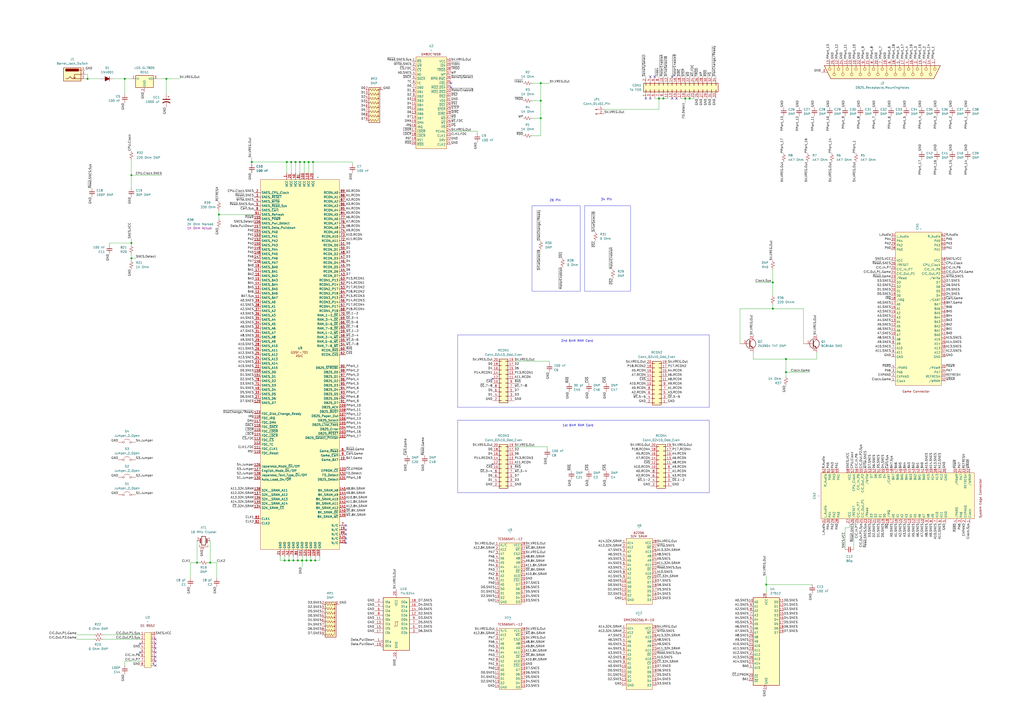
<source format=kicad_sch>
(kicad_sch (version 20231120) (generator "eeschema") (generator_version "8.0")
  (paper "A2")
  (lib_symbols
    (symbol "!SF7:62256"
      (property "Reference" "U2" (at 10.16 8.89 0))
      (property "Value" "~" (at 10.16 7.62 0))
      (symbol "62256_0_0"
        (pin input line (at 0 0 0) (length 2.54) (name "A14") (number "1"))
        (pin input line (at 0 -22.86 0) (length 2.54) (name "A0") (number "10"))
        (pin bidirectional line (at 0 -25.4 0) (length 2.54) (name "D0") (number "11"))
        (pin bidirectional line (at 0 -27.94 0) (length 2.54) (name "D1") (number "12"))
        (pin bidirectional line (at 0 -30.48 0) (length 2.54) (name "D2") (number "13"))
        (pin power_in line (at 0 -33.02 0) (length 2.54) (name "GND") (number "14"))
        (pin bidirectional line (at 20.32 -33.02 180) (length 2.54) (name "D3") (number "15"))
        (pin bidirectional line (at 20.32 -30.48 180) (length 2.54) (name "D4") (number "16"))
        (pin bidirectional line (at 20.32 -27.94 180) (length 2.54) (name "D5") (number "17"))
        (pin bidirectional line (at 20.32 -25.4 180) (length 2.54) (name "D6") (number "18"))
        (pin bidirectional line (at 20.32 -22.86 180) (length 2.54) (name "D7") (number "19"))
        (pin input line (at 0 -2.54 0) (length 2.54) (name "A12") (number "2"))
        (pin input line (at 20.32 -20.32 180) (length 2.54) (name "~{CE}") (number "20"))
        (pin input line (at 20.32 -17.78 180) (length 2.54) (name "A10") (number "21"))
        (pin input line (at 20.32 -15.24 180) (length 2.54) (name "~{OE}") (number "22"))
        (pin input line (at 20.32 -12.7 180) (length 2.54) (name "A11") (number "23"))
        (pin input line (at 20.32 -10.16 180) (length 2.54) (name "A9") (number "24"))
        (pin input line (at 20.32 -7.62 180) (length 2.54) (name "A8") (number "25"))
        (pin input line (at 20.32 -5.08 180) (length 2.54) (name "A13") (number "26"))
        (pin input line (at 20.32 -2.54 180) (length 2.54) (name "~{WE}") (number "27"))
        (pin power_in line (at 20.32 0 180) (length 2.54) (name "VCC") (number "28"))
        (pin input line (at 0 -5.08 0) (length 2.54) (name "A7") (number "3"))
        (pin input line (at 0 -7.62 0) (length 2.54) (name "A6") (number "4"))
        (pin input line (at 0 -10.16 0) (length 2.54) (name "A5") (number "5"))
        (pin input line (at 0 -12.7 0) (length 2.54) (name "A4") (number "6"))
        (pin input line (at 0 -15.24 0) (length 2.54) (name "A3") (number "7"))
        (pin input line (at 0 -17.78 0) (length 2.54) (name "A2") (number "8"))
        (pin input line (at 0 -20.32 0) (length 2.54) (name "A1") (number "9"))
      )
      (symbol "62256_1_1"
        (text "62256\n32K SRAM" (at 9.906 4.826 0) (effects (font (size 1.27 1.27))))
      )
    )
    (symbol "!SF7:6264"
      (property "Reference" "U14" (at 8.89 12.7 0))
      (property "Value" "~" (at 8.89 11.43 0))
      (symbol "6264_0_0"
        (pin input line (at 0 -17.78 0) (length 2.54) (name "A0") (number "10"))
        (pin bidirectional line (at 0 -20.32 0) (length 2.54) (name "D0") (number "11"))
        (pin bidirectional line (at 0 -22.86 0) (length 2.54) (name "D1") (number "12"))
        (pin bidirectional line (at 0 -25.4 0) (length 2.54) (name "D2") (number "13"))
        (pin power_in line (at 0 -27.94 0) (length 2.54) (name "GND") (number "14"))
        (pin bidirectional line (at 17.78 -27.94 180) (length 2.54) (name "D3") (number "15"))
        (pin bidirectional line (at 17.78 -25.4 180) (length 2.54) (name "D4") (number "16"))
        (pin bidirectional line (at 17.78 -22.86 180) (length 2.54) (name "D5") (number "17"))
        (pin bidirectional line (at 17.78 -20.32 180) (length 2.54) (name "D6") (number "18"))
        (pin bidirectional line (at 17.78 -17.78 180) (length 2.54) (name "D7") (number "19"))
        (pin input line (at 0 2.54 0) (length 2.54) (name "A12") (number "2"))
        (pin input line (at 17.78 -12.7 180) (length 2.54) (name "A10") (number "21"))
        (pin input line (at 17.78 -10.16 180) (length 2.54) (name "~{OE}") (number "22"))
        (pin input line (at 17.78 -5.08 180) (length 2.54) (name "A9") (number "24"))
        (pin input line (at 17.78 -2.54 180) (length 2.54) (name "A8") (number "25"))
        (pin input line (at 17.78 2.54 180) (length 2.54) (name "~{WE}") (number "27"))
        (pin power_in line (at 17.78 5.08 180) (length 2.54) (name "VCC") (number "28"))
        (pin input line (at 0 0 0) (length 2.54) (name "A7") (number "3"))
        (pin input line (at 0 -2.54 0) (length 2.54) (name "A6") (number "4"))
        (pin input line (at 0 -5.08 0) (length 2.54) (name "A5") (number "5"))
        (pin input line (at 0 -7.62 0) (length 2.54) (name "A4") (number "6"))
        (pin input line (at 0 -10.16 0) (length 2.54) (name "A3") (number "7"))
        (pin input line (at 0 -12.7 0) (length 2.54) (name "A2") (number "8"))
        (pin input line (at 0 -15.24 0) (length 2.54) (name "A1") (number "9"))
      )
      (symbol "6264_1_0"
        (pin unspecified line (at 0 5.08 0) (length 2.54) (name "N/C") (number "1"))
        (pin input line (at 17.78 -15.24 180) (length 2.54) (name "~{CS1}") (number "20"))
        (pin input line (at 17.78 -7.62 180) (length 2.54) (name "A11") (number "23"))
        (pin input line (at 17.78 0 180) (length 2.54) (name "CS2") (number "26"))
      )
      (symbol "6264_1_1"
        (text "TC5565AFL-12" (at 8.89 8.636 0) (effects (font (size 1.27 1.27))))
      )
    )
    (symbol "!SF7:D1_9552"
      (property "Reference" "U3" (at 4.318 10.16 0))
      (property "Value" "~" (at 4.318 7.62 0))
      (symbol "D1_9552_0_0"
        (pin unspecified line (at 0 0 0) (length 2.54) (name "") (number "1"))
        (pin unspecified line (at 8.89 -15.24 180) (length 2.54) (name "") (number "10"))
        (pin unspecified line (at 8.89 -12.7 180) (length 2.54) (name "") (number "11"))
        (pin unspecified line (at 8.89 -10.16 180) (length 2.54) (name "") (number "12"))
        (pin unspecified line (at 8.89 -7.62 180) (length 2.54) (name "") (number "13"))
        (pin unspecified line (at 8.89 -5.08 180) (length 2.54) (name "") (number "14"))
        (pin unspecified line (at 8.89 -2.54 180) (length 2.54) (name "") (number "15"))
        (pin unspecified line (at 8.89 0 180) (length 2.54) (name "") (number "16"))
        (pin unspecified line (at 0 -2.54 0) (length 2.54) (name "") (number "2"))
        (pin unspecified line (at 0 -5.08 0) (length 2.54) (name "") (number "3"))
        (pin unspecified line (at 0 -7.62 0) (length 2.54) (name "") (number "4"))
        (pin unspecified line (at 0 -10.16 0) (length 2.54) (name "") (number "5"))
        (pin unspecified line (at 0 -12.7 0) (length 2.54) (name "") (number "6"))
        (pin unspecified line (at 0 -15.24 0) (length 2.54) (name "") (number "7"))
        (pin unspecified line (at 0 -17.78 0) (length 2.54) (name "") (number "8"))
        (pin unspecified line (at 8.89 -17.78 180) (length 2.54) (name "") (number "9"))
      )
      (symbol "D1_9552_1_1"
        (text "D1 9552" (at 4.318 5.334 0) (effects (font (size 1.27 1.27))))
      )
    )
    (symbol "!SF7:GM82C765B"
      (property "Reference" "U" (at 11.176 6.35 0))
      (symbol "GM82C765B_0_0"
        (pin input line (at 0 0 0) (length 2.54) (name "~{RD}") (number "1"))
        (pin bidirectional line (at 0 -22.86 0) (length 2.54) (name "DB3") (number "10"))
        (pin bidirectional line (at 0 -25.4 0) (length 2.54) (name "DB4") (number "11"))
        (pin bidirectional line (at 0 -27.94 0) (length 2.54) (name "DB5") (number "12"))
        (pin bidirectional line (at 0 -30.48 0) (length 2.54) (name "DB6") (number "13"))
        (pin bidirectional line (at 0 -33.02 0) (length 2.54) (name "DB7") (number "14"))
        (pin input line (at 0 -40.64 0) (length 2.54) (name "~{LDOR}") (number "17"))
        (pin input line (at 0 -43.18 0) (length 2.54) (name "~{LDCR}") (number "18"))
        (pin input line (at 0 -45.72 0) (length 2.54) (name "RST") (number "19"))
        (pin input line (at 0 -2.54 0) (length 2.54) (name "~{WR}") (number "2"))
        (pin input line (at 0 -48.26 0) (length 2.54) (name "~{RDD}") (number "20"))
        (pin input line (at 22.86 -48.26 180) (length 2.54) (name "CLK2") (number "21"))
        (pin input line (at 22.86 -45.72 180) (length 2.54) (name "DRV") (number "22"))
        (pin input line (at 22.86 -43.18 180) (length 2.54) (name "CLK1") (number "23"))
        (pin input line (at 22.86 -40.64 180) (length 2.54) (name "PCVAL") (number "24"))
        (pin input line (at 0 -5.08 0) (length 2.54) (name "~{CS}") (number "3"))
        (pin power_in line (at 22.86 -22.86 180) (length 2.54) (name "VSS") (number "31"))
        (pin input line (at 22.86 -7.62 180) (length 2.54) (name "WP") (number "37"))
        (pin input line (at 22.86 -5.08 180) (length 2.54) (name "~{TROO}") (number "38"))
        (pin input line (at 22.86 -2.54 180) (length 2.54) (name "~{IDX}") (number "39"))
        (pin input line (at 0 -7.62 0) (length 2.54) (name "A0") (number "4"))
        (pin power_in line (at 22.86 0 180) (length 2.54) (name "VCC") (number "40"))
        (pin input line (at 0 -10.16 0) (length 2.54) (name "~{DACK}") (number "5"))
        (pin input line (at 0 -12.7 0) (length 2.54) (name "TC") (number "6"))
        (pin bidirectional line (at 0 -15.24 0) (length 2.54) (name "DB0") (number "7"))
        (pin bidirectional line (at 0 -17.78 0) (length 2.54) (name "DB1") (number "8"))
        (pin bidirectional line (at 0 -20.32 0) (length 2.54) (name "DB2") (number "9"))
      )
      (symbol "GM82C765B_1_0"
        (pin output line (at 0 -35.56 0) (length 2.54) (name "DMA") (number "15"))
        (pin output line (at 0 -38.1 0) (length 2.54) (name "IRQ") (number "16"))
        (pin output line (at 22.86 -38.1 180) (length 2.54) (name "~{HS}") (number "25"))
        (pin output line (at 22.86 -35.56 180) (length 2.54) (name "~{WE}") (number "26"))
        (pin output line (at 22.86 -33.02 180) (length 2.54) (name "~{WD}") (number "27"))
        (pin output line (at 22.86 -30.48 180) (length 2.54) (name "~{DIRC}") (number "28"))
        (pin output line (at 22.86 -27.94 180) (length 2.54) (name "~{STEP}") (number "29"))
        (pin output line (at 22.86 -25.4 180) (length 2.54) (name "~{DS1}") (number "30"))
        (pin output line (at 22.86 -20.32 180) (length 2.54) (name "~{DS2}") (number "32"))
        (pin output line (at 22.86 -17.78 180) (length 2.54) (name "~{MO1},~{DS3}") (number "33"))
        (pin output line (at 22.86 -15.24 180) (length 2.54) (name "~{MO2},~{DS4}") (number "34"))
        (pin output line (at 22.86 -12.7 180) (length 2.54) (name "~{HDL}") (number "35"))
        (pin output line (at 22.86 -10.16 180) (length 2.54) (name "~{RPM},~{RWC}") (number "36"))
      )
      (symbol "GM82C765B_1_1"
        (text "GM82C765B" (at 11.176 4.064 0) (effects (font (size 1.27 1.27))))
      )
    )
    (symbol "!SF7:SNES_Connector"
      (property "Reference" "CN2" (at 0.635 -48.26 0))
      (property "Value" "~" (at 0.635 -45.72 0))
      (symbol "SNES_Connector_1_1"
        (text "System Edge Connector" (at -0.762 48.006 0) (effects (font (size 1.27 1.27))))
        (pin input line (at -15.24 41.91 0) (length 2.54) (name "Clock") (number "1"))
        (pin input line (at -15.24 15.24 0) (length 2.54) (name "A7") (number "10"))
        (pin input line (at -15.24 12.7 0) (length 2.54) (name "A6") (number "11"))
        (pin input line (at -15.24 10.16 0) (length 2.54) (name "A5") (number "12"))
        (pin input line (at -15.24 7.62 0) (length 2.54) (name "A4") (number "13"))
        (pin input line (at -15.24 5.08 0) (length 2.54) (name "A3") (number "14"))
        (pin input line (at -15.24 2.54 0) (length 2.54) (name "A2") (number "15"))
        (pin input line (at -15.24 0 0) (length 2.54) (name "A1") (number "16"))
        (pin input line (at -15.24 -2.54 0) (length 2.54) (name "A0") (number "17"))
        (pin input line (at -15.24 -5.08 0) (length 2.54) (name "/IRQ") (number "18"))
        (pin input line (at -15.24 -7.62 0) (length 2.54) (name "D0") (number "19"))
        (pin input line (at -15.24 39.37 0) (length 2.54) (name "EXPAND") (number "2"))
        (pin input line (at -15.24 -10.16 0) (length 2.54) (name "D1") (number "20"))
        (pin input line (at -15.24 -12.7 0) (length 2.54) (name "D2") (number "21"))
        (pin input line (at -15.24 -15.24 0) (length 2.54) (name "D3") (number "22"))
        (pin input line (at -15.24 -17.78 0) (length 2.54) (name "/Read") (number "23"))
        (pin input line (at -15.24 -20.32 0) (length 2.54) (name "CIC_Out_P1") (number "24"))
        (pin input line (at -15.24 -22.86 0) (length 2.54) (name "CIC_In_P7") (number "25"))
        (pin input line (at -15.24 -25.4 0) (length 2.54) (name "/RESET") (number "26"))
        (pin power_in line (at -15.24 -27.94 0) (length 2.54) (name "VCC") (number "27"))
        (pin input line (at -15.24 -34.29 0) (length 2.54) (name "PA0") (number "28"))
        (pin input line (at -15.24 -36.83 0) (length 2.54) (name "PA2") (number "29"))
        (pin input line (at -15.24 36.83 0) (length 2.54) (name "PA6") (number "3"))
        (pin input line (at -15.24 -39.37 0) (length 2.54) (name "PA4") (number "30"))
        (pin input line (at -15.24 -41.91 0) (length 2.54) (name "L_Audio") (number "31"))
        (pin input line (at 16.51 41.91 180) (length 2.54) (name "/WRAM") (number "32"))
        (pin input line (at 16.51 39.37 180) (length 2.54) (name "REFRESH") (number "33"))
        (pin input line (at 16.51 36.83 180) (length 2.54) (name "PA7") (number "34"))
        (pin input line (at 16.51 34.29 180) (length 2.54) (name "/PAWR") (number "35"))
        (pin power_in line (at 16.51 27.94 180) (length 2.54) (name "GND") (number "36"))
        (pin input line (at 16.51 25.4 180) (length 2.54) (name "A12") (number "37"))
        (pin input line (at 16.51 22.86 180) (length 2.54) (name "A13") (number "38"))
        (pin input line (at 16.51 20.32 180) (length 2.54) (name "A14") (number "39"))
        (pin input line (at -15.24 34.29 0) (length 2.54) (name "/PARD") (number "4"))
        (pin input line (at 16.51 17.78 180) (length 2.54) (name "A15") (number "40"))
        (pin input line (at 16.51 15.24 180) (length 2.54) (name "BA0") (number "41"))
        (pin input line (at 16.51 12.7 180) (length 2.54) (name "BA1") (number "42"))
        (pin input line (at 16.51 10.16 180) (length 2.54) (name "BA2") (number "43"))
        (pin input line (at 16.51 7.62 180) (length 2.54) (name "BA3") (number "44"))
        (pin input line (at 16.51 5.08 180) (length 2.54) (name "BA4") (number "45"))
        (pin input line (at 16.51 2.54 180) (length 2.54) (name "BA5") (number "46"))
        (pin input line (at 16.51 0 180) (length 2.54) (name "BA6") (number "47"))
        (pin input line (at 16.51 -2.54 180) (length 2.54) (name "BA7") (number "48"))
        (pin input line (at 16.51 -5.08 180) (length 2.54) (name "/CART") (number "49"))
        (pin power_in line (at -15.24 27.94 0) (length 2.54) (name "GND") (number "5"))
        (pin input line (at 16.51 -7.62 180) (length 2.54) (name "D4") (number "50"))
        (pin input line (at 16.51 -10.16 180) (length 2.54) (name "D5") (number "51"))
        (pin input line (at 16.51 -12.7 180) (length 2.54) (name "D6") (number "52"))
        (pin input line (at 16.51 -15.24 180) (length 2.54) (name "D7") (number "53"))
        (pin input line (at 16.51 -17.78 180) (length 2.54) (name "/Write") (number "54"))
        (pin input line (at 16.51 -20.32 180) (length 2.54) (name "CIC_Out_P2") (number "55"))
        (pin input line (at 16.51 -22.86 180) (length 2.54) (name "CIC_In_P6") (number "56"))
        (pin input line (at 16.51 -25.4 180) (length 2.54) (name "CPU_Clock") (number "57"))
        (pin power_in line (at 16.51 -27.94 180) (length 2.54) (name "VCC") (number "58"))
        (pin input line (at 16.51 -34.29 180) (length 2.54) (name "PA1") (number "59"))
        (pin input line (at -15.24 25.4 0) (length 2.54) (name "A11") (number "6"))
        (pin input line (at 16.51 -36.83 180) (length 2.54) (name "PA3") (number "60"))
        (pin input line (at 16.51 -39.37 180) (length 2.54) (name "PA5") (number "61"))
        (pin input line (at 16.51 -41.91 180) (length 2.54) (name "R_Audio") (number "62"))
        (pin input line (at -15.24 22.86 0) (length 2.54) (name "A10") (number "7"))
        (pin input line (at -15.24 20.32 0) (length 2.54) (name "A9") (number "8"))
        (pin input line (at -15.24 17.78 0) (length 2.54) (name "A8") (number "9"))
      )
    )
    (symbol "!SF7:SNES_Connector_1"
      (property "Reference" "CN1" (at -0.0001 -45.72 90))
      (property "Value" "~" (at 1.905 -45.72 90))
      (symbol "SNES_Connector_1_1_1"
        (text "Game Connector" (at -0.762 48.006 0) (effects (font (size 1.27 1.27))))
        (pin input line (at -15.24 41.91 0) (length 2.54) (name "Clock") (number "1"))
        (pin input line (at -15.24 15.24 0) (length 2.54) (name "A7") (number "10"))
        (pin input line (at -15.24 12.7 0) (length 2.54) (name "A6") (number "11"))
        (pin input line (at -15.24 10.16 0) (length 2.54) (name "A5") (number "12"))
        (pin input line (at -15.24 7.62 0) (length 2.54) (name "A4") (number "13"))
        (pin input line (at -15.24 5.08 0) (length 2.54) (name "A3") (number "14"))
        (pin input line (at -15.24 2.54 0) (length 2.54) (name "A2") (number "15"))
        (pin input line (at -15.24 0 0) (length 2.54) (name "A1") (number "16"))
        (pin input line (at -15.24 -2.54 0) (length 2.54) (name "A0") (number "17"))
        (pin input line (at -15.24 -5.08 0) (length 2.54) (name "/IRQ") (number "18"))
        (pin input line (at -15.24 -7.62 0) (length 2.54) (name "D0") (number "19"))
        (pin input line (at -15.24 39.37 0) (length 2.54) (name "EXPAND") (number "2"))
        (pin input line (at -15.24 -10.16 0) (length 2.54) (name "D1") (number "20"))
        (pin input line (at -15.24 -12.7 0) (length 2.54) (name "D2") (number "21"))
        (pin input line (at -15.24 -15.24 0) (length 2.54) (name "D3") (number "22"))
        (pin input line (at -15.24 -17.78 0) (length 2.54) (name "/Read") (number "23"))
        (pin input line (at -15.24 -20.32 0) (length 2.54) (name "CIC_Out_P1") (number "24"))
        (pin input line (at -15.24 -22.86 0) (length 2.54) (name "CIC_In_P7") (number "25"))
        (pin input line (at -15.24 -25.4 0) (length 2.54) (name "/RESET") (number "26"))
        (pin power_in line (at -15.24 -27.94 0) (length 2.54) (name "VCC") (number "27"))
        (pin input line (at -15.24 -34.29 0) (length 2.54) (name "PA0") (number "28"))
        (pin input line (at -15.24 -36.83 0) (length 2.54) (name "PA2") (number "29"))
        (pin input line (at -15.24 36.83 0) (length 2.54) (name "PA6") (number "3"))
        (pin input line (at -15.24 -39.37 0) (length 2.54) (name "PA4") (number "30"))
        (pin input line (at -15.24 -41.91 0) (length 2.54) (name "L_Audio") (number "31"))
        (pin input line (at 16.51 41.91 180) (length 2.54) (name "/WRAM") (number "32"))
        (pin input line (at 16.51 39.37 180) (length 2.54) (name "REFRESH") (number "33"))
        (pin input line (at 16.51 36.83 180) (length 2.54) (name "PA7") (number "34"))
        (pin input line (at 16.51 34.29 180) (length 2.54) (name "/PAWR") (number "35"))
        (pin power_in line (at 16.51 27.94 180) (length 2.54) (name "GND") (number "36"))
        (pin input line (at 16.51 25.4 180) (length 2.54) (name "A12") (number "37"))
        (pin input line (at 16.51 22.86 180) (length 2.54) (name "A13") (number "38"))
        (pin input line (at 16.51 20.32 180) (length 2.54) (name "A14") (number "39"))
        (pin input line (at -15.24 34.29 0) (length 2.54) (name "/PARD") (number "4"))
        (pin input line (at 16.51 17.78 180) (length 2.54) (name "A15") (number "40"))
        (pin input line (at 16.51 15.24 180) (length 2.54) (name "BA0") (number "41"))
        (pin input line (at 16.51 12.7 180) (length 2.54) (name "BA1") (number "42"))
        (pin input line (at 16.51 10.16 180) (length 2.54) (name "BA2") (number "43"))
        (pin input line (at 16.51 7.62 180) (length 2.54) (name "BA3") (number "44"))
        (pin input line (at 16.51 5.08 180) (length 2.54) (name "BA4") (number "45"))
        (pin input line (at 16.51 2.54 180) (length 2.54) (name "BA5") (number "46"))
        (pin input line (at 16.51 0 180) (length 2.54) (name "BA6") (number "47"))
        (pin input line (at 16.51 -2.54 180) (length 2.54) (name "BA7") (number "48"))
        (pin input line (at 16.51 -5.08 180) (length 2.54) (name "/CART") (number "49"))
        (pin power_in line (at -15.24 27.94 0) (length 2.54) (name "GND") (number "5"))
        (pin input line (at 16.51 -7.62 180) (length 2.54) (name "D4") (number "50"))
        (pin input line (at 16.51 -10.16 180) (length 2.54) (name "D5") (number "51"))
        (pin input line (at 16.51 -12.7 180) (length 2.54) (name "D6") (number "52"))
        (pin input line (at 16.51 -15.24 180) (length 2.54) (name "D7") (number "53"))
        (pin input line (at 16.51 -17.78 180) (length 2.54) (name "/Write") (number "54"))
        (pin input line (at 16.51 -20.32 180) (length 2.54) (name "CIC_Out_P2") (number "55"))
        (pin input line (at 16.51 -22.86 180) (length 2.54) (name "CIC_In_P6") (number "56"))
        (pin input line (at 16.51 -25.4 180) (length 2.54) (name "CPU_Clock") (number "57"))
        (pin power_in line (at 16.51 -27.94 180) (length 2.54) (name "VCC") (number "58"))
        (pin input line (at 16.51 -34.29 180) (length 2.54) (name "PA1") (number "59"))
        (pin input line (at -15.24 25.4 0) (length 2.54) (name "A11") (number "6"))
        (pin input line (at 16.51 -36.83 180) (length 2.54) (name "PA3") (number "60"))
        (pin input line (at 16.51 -39.37 180) (length 2.54) (name "PA5") (number "61"))
        (pin input line (at 16.51 -41.91 180) (length 2.54) (name "R_Audio") (number "62"))
        (pin input line (at -15.24 22.86 0) (length 2.54) (name "A10") (number "7"))
        (pin input line (at -15.24 20.32 0) (length 2.54) (name "A9") (number "8"))
        (pin input line (at -15.24 17.78 0) (length 2.54) (name "A8") (number "9"))
      )
    )
    (symbol "!SF7:SRM20256LM"
      (property "Reference" "U7" (at 10.16 10.16 0))
      (property "Value" "~" (at 10.16 8.89 0))
      (symbol "SRM20256LM_0_0"
        (pin input line (at 0 0 0) (length 2.54) (name "A14") (number "1"))
        (pin input line (at 0 -22.86 0) (length 2.54) (name "A0") (number "10"))
        (pin bidirectional line (at 0 -25.4 0) (length 2.54) (name "D0") (number "11"))
        (pin bidirectional line (at 0 -27.94 0) (length 2.54) (name "D1") (number "12"))
        (pin bidirectional line (at 0 -30.48 0) (length 2.54) (name "D2") (number "13"))
        (pin power_in line (at 0 -33.02 0) (length 2.54) (name "GND") (number "14"))
        (pin bidirectional line (at 20.32 -33.02 180) (length 2.54) (name "D3") (number "15"))
        (pin bidirectional line (at 20.32 -30.48 180) (length 2.54) (name "D4") (number "16"))
        (pin bidirectional line (at 20.32 -27.94 180) (length 2.54) (name "D5") (number "17"))
        (pin bidirectional line (at 20.32 -25.4 180) (length 2.54) (name "D6") (number "18"))
        (pin bidirectional line (at 20.32 -22.86 180) (length 2.54) (name "D7") (number "19"))
        (pin input line (at 0 -2.54 0) (length 2.54) (name "A12") (number "2"))
        (pin input line (at 20.32 -20.32 180) (length 2.54) (name "~{CE}") (number "20"))
        (pin input line (at 20.32 -17.78 180) (length 2.54) (name "A10") (number "21"))
        (pin input line (at 20.32 -15.24 180) (length 2.54) (name "~{OE}") (number "22"))
        (pin input line (at 20.32 -12.7 180) (length 2.54) (name "A11") (number "23"))
        (pin input line (at 20.32 -10.16 180) (length 2.54) (name "A9") (number "24"))
        (pin input line (at 20.32 -7.62 180) (length 2.54) (name "A8") (number "25"))
        (pin input line (at 20.32 -5.08 180) (length 2.54) (name "A13") (number "26"))
        (pin input line (at 20.32 -2.54 180) (length 2.54) (name "~{WE}") (number "27"))
        (pin power_in line (at 20.32 0 180) (length 2.54) (name "VCC") (number "28"))
        (pin input line (at 0 -5.08 0) (length 2.54) (name "A7") (number "3"))
        (pin input line (at 0 -7.62 0) (length 2.54) (name "A6") (number "4"))
        (pin input line (at 0 -10.16 0) (length 2.54) (name "A5") (number "5"))
        (pin input line (at 0 -12.7 0) (length 2.54) (name "A4") (number "6"))
        (pin input line (at 0 -15.24 0) (length 2.54) (name "A3") (number "7"))
        (pin input line (at 0 -17.78 0) (length 2.54) (name "A2") (number "8"))
        (pin input line (at 0 -20.32 0) (length 2.54) (name "A1") (number "9"))
      )
      (symbol "SRM20256LM_1_1"
        (text "SRM200256LM-10" (at 9.906 4.826 0) (effects (font (size 1.27 1.27))))
      )
    )
    (symbol "2N3904_1" (pin_names (offset 0) hide)
      (property "Reference" "Q1" (at 5.08 1.2701 0))
      (property "Value" "BC846A SMD" (at 5.08 -1.2699 0))
      (symbol "2N3904_1_1_1"
        (pin passive line (at -5.08 0 0) (length 5.715) (name "B") (number "1"))
        (pin passive line (at 2.54 -5.08 90) (length 2.54) (name "E") (number "2"))
        (pin passive line (at 2.54 5.08 270) (length 2.54) (name "C") (number "3"))
      )
    )
    (symbol "74xx:74LS244" (pin_names (offset 1.016))
      (property "Reference" "U" (at -7.62 16.51 0))
      (property "Value" "74LS244" (at -7.62 -16.51 0))
      (symbol "74LS244_1_0"
        (pin input inverted (at -12.7 -10.16 0) (length 5.08) (name "OEa") (number "1"))
        (pin power_in line (at 0 -20.32 90) (length 5.08) (name "GND") (number "10"))
        (pin input line (at -12.7 2.54 0) (length 5.08) (name "I0b") (number "11"))
        (pin tri_state line (at 12.7 5.08 180) (length 5.08) (name "O3a") (number "12"))
        (pin input line (at -12.7 0 0) (length 5.08) (name "I1b") (number "13"))
        (pin tri_state line (at 12.7 7.62 180) (length 5.08) (name "O2a") (number "14"))
        (pin input line (at -12.7 -2.54 0) (length 5.08) (name "I2b") (number "15"))
        (pin tri_state line (at 12.7 10.16 180) (length 5.08) (name "O1a") (number "16"))
        (pin input line (at -12.7 -5.08 0) (length 5.08) (name "I3b") (number "17"))
        (pin tri_state line (at 12.7 12.7 180) (length 5.08) (name "O0a") (number "18"))
        (pin input inverted (at -12.7 -12.7 0) (length 5.08) (name "OEb") (number "19"))
        (pin input line (at -12.7 12.7 0) (length 5.08) (name "I0a") (number "2"))
        (pin power_in line (at 0 20.32 270) (length 5.08) (name "VCC") (number "20"))
        (pin tri_state line (at 12.7 -5.08 180) (length 5.08) (name "O3b") (number "3"))
        (pin input line (at -12.7 10.16 0) (length 5.08) (name "I1a") (number "4"))
        (pin tri_state line (at 12.7 -2.54 180) (length 5.08) (name "O2b") (number "5"))
        (pin input line (at -12.7 7.62 0) (length 5.08) (name "I2a") (number "6"))
        (pin tri_state line (at 12.7 0 180) (length 5.08) (name "O1b") (number "7"))
        (pin input line (at -12.7 5.08 0) (length 5.08) (name "I3a") (number "8"))
        (pin tri_state line (at 12.7 2.54 180) (length 5.08) (name "O0b") (number "9"))
      )
    )
    (symbol "Connector:Barrel_Jack_Switch" (pin_names hide)
      (property "Reference" "J" (at 0 5.334 0))
      (property "Value" "Barrel_Jack_Switch" (at 0 -5.08 0))
      (symbol "Barrel_Jack_Switch_1_1"
        (pin passive line (at 7.62 2.54 180) (length 2.54) (name "~") (number "1"))
        (pin passive line (at 7.62 -2.54 180) (length 2.54) (name "~") (number "2"))
        (pin passive line (at 7.62 0 180) (length 2.54) (name "~") (number "3"))
      )
    )
    (symbol "Connector:Conn_01x02_Pin" (pin_names (offset 1.016) hide)
      (property "Reference" "J" (at 0 2.54 0))
      (property "Value" "Conn_01x02_Pin" (at 0 -5.08 0))
      (symbol "Conn_01x02_Pin_1_1"
        (pin passive line (at 5.08 0 180) (length 3.81) (name "Pin_1") (number "1"))
        (pin passive line (at 5.08 -2.54 180) (length 3.81) (name "Pin_2") (number "2"))
      )
    )
    (symbol "Connector:DB25_Receptacle_MountingHoles" (pin_names (offset 1.016) hide)
      (property "Reference" "J" (at 0 36.83 0))
      (property "Value" "DB25_Receptacle_MountingHoles" (at 0 34.925 0))
      (symbol "DB25_Receptacle_MountingHoles_1_1"
        (pin passive line (at 0 -35.56 90) (length 3.81) (name "PAD") (number "0"))
        (pin passive line (at -7.62 30.48 0) (length 3.81) (name "1") (number "1"))
        (pin passive line (at -7.62 -15.24 0) (length 3.81) (name "10") (number "10"))
        (pin passive line (at -7.62 -20.32 0) (length 3.81) (name "11") (number "11"))
        (pin passive line (at -7.62 -25.4 0) (length 3.81) (name "12") (number "12"))
        (pin passive line (at -7.62 -30.48 0) (length 3.81) (name "13") (number "13"))
        (pin passive line (at -7.62 27.94 0) (length 3.81) (name "P14") (number "14"))
        (pin passive line (at -7.62 22.86 0) (length 3.81) (name "P15") (number "15"))
        (pin passive line (at -7.62 17.78 0) (length 3.81) (name "P16") (number "16"))
        (pin passive line (at -7.62 12.7 0) (length 3.81) (name "P17") (number "17"))
        (pin passive line (at -7.62 7.62 0) (length 3.81) (name "P18") (number "18"))
        (pin passive line (at -7.62 2.54 0) (length 3.81) (name "P19") (number "19"))
        (pin passive line (at -7.62 25.4 0) (length 3.81) (name "2") (number "2"))
        (pin passive line (at -7.62 -2.54 0) (length 3.81) (name "P20") (number "20"))
        (pin passive line (at -7.62 -7.62 0) (length 3.81) (name "P21") (number "21"))
        (pin passive line (at -7.62 -12.7 0) (length 3.81) (name "P22") (number "22"))
        (pin passive line (at -7.62 -17.78 0) (length 3.81) (name "P23") (number "23"))
        (pin passive line (at -7.62 -22.86 0) (length 3.81) (name "P24") (number "24"))
        (pin passive line (at -7.62 -27.94 0) (length 3.81) (name "P25") (number "25"))
        (pin passive line (at -7.62 20.32 0) (length 3.81) (name "3") (number "3"))
        (pin passive line (at -7.62 15.24 0) (length 3.81) (name "4") (number "4"))
        (pin passive line (at -7.62 10.16 0) (length 3.81) (name "5") (number "5"))
        (pin passive line (at -7.62 5.08 0) (length 3.81) (name "6") (number "6"))
        (pin passive line (at -7.62 0 0) (length 3.81) (name "7") (number "7"))
        (pin passive line (at -7.62 -5.08 0) (length 3.81) (name "8") (number "8"))
        (pin passive line (at -7.62 -10.16 0) (length 3.81) (name "9") (number "9"))
      )
    )
    (symbol "Connector_Generic:Conn_02x10_Odd_Even" (pin_names (offset 1.016) hide)
      (property "Reference" "J" (at 1.27 12.7 0))
      (property "Value" "Conn_02x10_Odd_Even" (at 1.27 -15.24 0))
      (symbol "Conn_02x10_Odd_Even_1_1"
        (pin passive line (at -5.08 10.16 0) (length 3.81) (name "Pin_1") (number "1"))
        (pin passive line (at 7.62 0 180) (length 3.81) (name "Pin_10") (number "10"))
        (pin passive line (at -5.08 -2.54 0) (length 3.81) (name "Pin_11") (number "11"))
        (pin passive line (at 7.62 -2.54 180) (length 3.81) (name "Pin_12") (number "12"))
        (pin passive line (at -5.08 -5.08 0) (length 3.81) (name "Pin_13") (number "13"))
        (pin passive line (at 7.62 -5.08 180) (length 3.81) (name "Pin_14") (number "14"))
        (pin passive line (at -5.08 -7.62 0) (length 3.81) (name "Pin_15") (number "15"))
        (pin passive line (at 7.62 -7.62 180) (length 3.81) (name "Pin_16") (number "16"))
        (pin passive line (at -5.08 -10.16 0) (length 3.81) (name "Pin_17") (number "17"))
        (pin passive line (at 7.62 -10.16 180) (length 3.81) (name "Pin_18") (number "18"))
        (pin passive line (at -5.08 -12.7 0) (length 3.81) (name "Pin_19") (number "19"))
        (pin passive line (at 7.62 10.16 180) (length 3.81) (name "Pin_2") (number "2"))
        (pin passive line (at 7.62 -12.7 180) (length 3.81) (name "Pin_20") (number "20"))
        (pin passive line (at -5.08 7.62 0) (length 3.81) (name "Pin_3") (number "3"))
        (pin passive line (at 7.62 7.62 180) (length 3.81) (name "Pin_4") (number "4"))
        (pin passive line (at -5.08 5.08 0) (length 3.81) (name "Pin_5") (number "5"))
        (pin passive line (at 7.62 5.08 180) (length 3.81) (name "Pin_6") (number "6"))
        (pin passive line (at -5.08 2.54 0) (length 3.81) (name "Pin_7") (number "7"))
        (pin passive line (at 7.62 2.54 180) (length 3.81) (name "Pin_8") (number "8"))
        (pin passive line (at -5.08 0 0) (length 3.81) (name "Pin_9") (number "9"))
      )
    )
    (symbol "Connector_Generic:Conn_02x17_Odd_Even" (pin_names (offset 1.016) hide)
      (property "Reference" "J" (at 1.27 22.86 0))
      (property "Value" "Conn_02x17_Odd_Even" (at 1.27 -22.86 0))
      (symbol "Conn_02x17_Odd_Even_1_1"
        (pin passive line (at -5.08 20.32 0) (length 3.81) (name "Pin_1") (number "1"))
        (pin passive line (at 7.62 10.16 180) (length 3.81) (name "Pin_10") (number "10"))
        (pin passive line (at -5.08 7.62 0) (length 3.81) (name "Pin_11") (number "11"))
        (pin passive line (at 7.62 7.62 180) (length 3.81) (name "Pin_12") (number "12"))
        (pin passive line (at -5.08 5.08 0) (length 3.81) (name "Pin_13") (number "13"))
        (pin passive line (at 7.62 5.08 180) (length 3.81) (name "Pin_14") (number "14"))
        (pin passive line (at -5.08 2.54 0) (length 3.81) (name "Pin_15") (number "15"))
        (pin passive line (at 7.62 2.54 180) (length 3.81) (name "Pin_16") (number "16"))
        (pin passive line (at -5.08 0 0) (length 3.81) (name "Pin_17") (number "17"))
        (pin passive line (at 7.62 0 180) (length 3.81) (name "Pin_18") (number "18"))
        (pin passive line (at -5.08 -2.54 0) (length 3.81) (name "Pin_19") (number "19"))
        (pin passive line (at 7.62 20.32 180) (length 3.81) (name "Pin_2") (number "2"))
        (pin passive line (at 7.62 -2.54 180) (length 3.81) (name "Pin_20") (number "20"))
        (pin passive line (at -5.08 -5.08 0) (length 3.81) (name "Pin_21") (number "21"))
        (pin passive line (at 7.62 -5.08 180) (length 3.81) (name "Pin_22") (number "22"))
        (pin passive line (at -5.08 -7.62 0) (length 3.81) (name "Pin_23") (number "23"))
        (pin passive line (at 7.62 -7.62 180) (length 3.81) (name "Pin_24") (number "24"))
        (pin passive line (at -5.08 -10.16 0) (length 3.81) (name "Pin_25") (number "25"))
        (pin passive line (at 7.62 -10.16 180) (length 3.81) (name "Pin_26") (number "26"))
        (pin passive line (at -5.08 -12.7 0) (length 3.81) (name "Pin_27") (number "27"))
        (pin passive line (at 7.62 -12.7 180) (length 3.81) (name "Pin_28") (number "28"))
        (pin passive line (at -5.08 -15.24 0) (length 3.81) (name "Pin_29") (number "29"))
        (pin passive line (at -5.08 17.78 0) (length 3.81) (name "Pin_3") (number "3"))
        (pin passive line (at 7.62 -15.24 180) (length 3.81) (name "Pin_30") (number "30"))
        (pin passive line (at -5.08 -17.78 0) (length 3.81) (name "Pin_31") (number "31"))
        (pin passive line (at 7.62 -17.78 180) (length 3.81) (name "Pin_32") (number "32"))
        (pin passive line (at -5.08 -20.32 0) (length 3.81) (name "Pin_33") (number "33"))
        (pin passive line (at 7.62 -20.32 180) (length 3.81) (name "Pin_34") (number "34"))
        (pin passive line (at 7.62 17.78 180) (length 3.81) (name "Pin_4") (number "4"))
        (pin passive line (at -5.08 15.24 0) (length 3.81) (name "Pin_5") (number "5"))
        (pin passive line (at 7.62 15.24 180) (length 3.81) (name "Pin_6") (number "6"))
        (pin passive line (at -5.08 12.7 0) (length 3.81) (name "Pin_7") (number "7"))
        (pin passive line (at 7.62 12.7 180) (length 3.81) (name "Pin_8") (number "8"))
        (pin passive line (at -5.08 10.16 0) (length 3.81) (name "Pin_9") (number "9"))
      )
    )
    (symbol "Device:C_Polarized_US" (pin_numbers hide) (pin_names (offset 0.254) hide)
      (property "Reference" "C" (at 0.635 2.54 0))
      (property "Value" "C_Polarized_US" (at 0.635 -2.54 0))
      (symbol "C_Polarized_US_1_1"
        (pin passive line (at 0 3.81 270) (length 2.794) (name "~") (number "1"))
        (pin passive line (at 0 -3.81 90) (length 3.302) (name "~") (number "2"))
      )
    )
    (symbol "Device:C_Small" (pin_numbers hide) (pin_names (offset 0.254) hide)
      (property "Reference" "C" (at 0.254 1.778 0))
      (property "Value" "C_Small" (at 0.254 -2.032 0))
      (symbol "C_Small_1_1"
        (pin passive line (at 0 2.54 270) (length 2.032) (name "~") (number "1"))
        (pin passive line (at 0 -2.54 90) (length 2.032) (name "~") (number "2"))
      )
    )
    (symbol "Device:Crystal_GND3" (pin_names (offset 1.016) hide)
      (property "Reference" "Y" (at 0 5.715 0))
      (property "Value" "Crystal_GND3" (at 0 3.81 0))
      (symbol "Crystal_GND3_1_1"
        (pin passive line (at -3.81 0 0) (length 1.27) (name "1") (number "1"))
        (pin passive line (at 3.81 0 180) (length 1.27) (name "2") (number "2"))
        (pin passive line (at 0 -5.08 90) (length 1.27) (name "3") (number "3"))
      )
    )
    (symbol "Device:D_Filled" (pin_numbers hide) (pin_names (offset 1.016) hide)
      (property "Reference" "D" (at 0 2.54 0))
      (property "Value" "D_Filled" (at 0 -2.54 0))
      (symbol "D_Filled_1_1"
        (pin passive line (at -3.81 0 0) (length 2.54) (name "K") (number "1"))
        (pin passive line (at 3.81 0 180) (length 2.54) (name "A") (number "2"))
      )
    )
    (symbol "Device:R_Network08_US" (pin_names (offset 0) hide)
      (property "Reference" "RN" (at -12.7 0 90))
      (property "Value" "R_Network08_US" (at 10.16 0 90))
      (symbol "R_Network08_US_1_1"
        (pin passive line (at -10.16 5.08 270) (length 2.54) (name "common") (number "1"))
        (pin passive line (at -10.16 -5.08 90) (length 1.27) (name "R1") (number "2"))
        (pin passive line (at -7.62 -5.08 90) (length 1.27) (name "R2") (number "3"))
        (pin passive line (at -5.08 -5.08 90) (length 1.27) (name "R3") (number "4"))
        (pin passive line (at -2.54 -5.08 90) (length 1.27) (name "R4") (number "5"))
        (pin passive line (at 0 -5.08 90) (length 1.27) (name "R5") (number "6"))
        (pin passive line (at 2.54 -5.08 90) (length 1.27) (name "R6") (number "7"))
        (pin passive line (at 5.08 -5.08 90) (length 1.27) (name "R7") (number "8"))
        (pin passive line (at 7.62 -5.08 90) (length 1.27) (name "R8") (number "9"))
      )
    )
    (symbol "Device:R_Small_US" (pin_numbers hide) (pin_names (offset 0.254) hide)
      (property "Reference" "R" (at 0.762 0.508 0))
      (property "Value" "R_Small_US" (at 0.762 -1.016 0))
      (symbol "R_Small_US_1_1"
        (pin passive line (at 0 2.54 270) (length 1.016) (name "~") (number "1"))
        (pin passive line (at 0 -2.54 90) (length 1.016) (name "~") (number "2"))
      )
    )
    (symbol "GDSF-701_1"
      (property "Reference" "U7" (at 0.127 5.334 0))
      (property "Value" "~" (at 0 3.556 0))
      (symbol "GDSF-701_1_0_0"
        (pin power_in line (at -7.62 105.41 270) (length 3.81) (name "VCC") (number "1"))
        (pin output line (at 26.67 -60.96 180) (length 3.81) (name "Game_BA7") (number "10"))
        (pin power_in line (at 2.54 105.41 270) (length 3.81) (name "VCC") (number "100"))
        (pin power_in line (at 1.27 -116.84 90) (length 3.81) (name "GND") (number "101"))
        (pin bidirectional line (at 26.67 -48.26 180) (length 3.81) (name "DB25_~{Select_Printer}") (number "102"))
        (pin bidirectional line (at 26.67 -45.72 180) (length 3.81) (name "DB25_~{RESET}") (number "103"))
        (pin input line (at 26.67 -43.18 180) (length 3.81) (name "DB25_Error") (number "104"))
        (pin bidirectional line (at 26.67 -40.64 180) (length 3.81) (name "DB25_~{Line_Feed}") (number "105"))
        (pin input line (at 26.67 -38.1 180) (length 3.81) (name "DB25_Select") (number "106"))
        (pin input line (at 26.67 -35.56 180) (length 3.81) (name "DB25_Paper_Out") (number "107"))
        (pin input line (at 26.67 -33.02 180) (length 3.81) (name "DB25_~{BUSY}") (number "108"))
        (pin input line (at 26.67 -30.48 180) (length 3.81) (name "DB25_ACK") (number "109"))
        (pin input line (at -26.67 33.02 0) (length 3.81) (name "SNES_BA7") (number "11"))
        (pin output line (at -26.67 -57.15 0) (length 3.81) (name "FDC_Reset") (number "110"))
        (pin output line (at -26.67 -54.61 0) (length 3.81) (name "FDC_CLK1") (number "111"))
        (pin output line (at -26.67 -52.07 0) (length 3.81) (name "FDC_TC") (number "112"))
        (pin output line (at -26.67 -49.53 0) (length 3.81) (name "FDC_~{CS}") (number "113"))
        (pin output line (at -26.67 -46.99 0) (length 3.81) (name "FDC_~{LDCR}") (number "114"))
        (pin output line (at -26.67 -44.45 0) (length 3.81) (name "FDC_~{LDOR}") (number "115"))
        (pin input line (at -26.67 -39.37 0) (length 3.81) (name "FDC_DMA") (number "117"))
        (pin input line (at -26.67 -36.83 0) (length 3.81) (name "FDC_IRQ") (number "118"))
        (pin power_in line (at 5.08 105.41 270) (length 3.81) (name "VCC") (number "119"))
        (pin power_in line (at 7.62 105.41 270) (length 3.81) (name "VCC") (number "120"))
        (pin power_in line (at 3.81 -116.84 90) (length 3.81) (name "GND") (number "121"))
        (pin power_in line (at 6.35 -116.84 90) (length 3.81) (name "GND") (number "122"))
        (pin output line (at -26.67 -34.29 0) (length 3.81) (name "FDC_Disk_Change_Ready") (number "123"))
        (pin unspecified line (at 26.67 -106.68 180) (length 3.81) (name "N/C") (number "124"))
        (pin unspecified line (at 26.67 -109.22 180) (length 3.81) (name "N/C") (number "125"))
        (pin input line (at -26.67 -27.94 0) (length 3.81) (name "SNES_D7") (number "129"))
        (pin input line (at 26.67 -72.39 180) (length 3.81) (name "DB25_Detect") (number "131"))
        (pin input line (at 26.67 -69.85 180) (length 3.81) (name "FD_Detect") (number "132"))
        (pin output line (at 26.67 -67.31 180) (length 3.81) (name "EPROM_~{CE}") (number "133"))
        (pin output line (at -26.67 -88.9 0) (length 3.81) (name "32K_SRAM_~{CE}") (number "134"))
        (pin output line (at -26.67 -86.36 0) (length 3.81) (name "32K__SRAM_A14") (number "135"))
        (pin output line (at -26.67 -83.82 0) (length 3.81) (name "32K__SRAM_A13") (number "136"))
        (pin output line (at -26.67 -81.28 0) (length 3.81) (name "32K__SRAM_A12") (number "137"))
        (pin output line (at -26.67 -78.74 0) (length 3.81) (name "32K__SRAM_A11") (number "138"))
        (pin output line (at 26.67 -93.98 180) (length 3.81) (name "8K_SRAM_~{WE}") (number "139"))
        (pin output line (at 26.67 -91.44 180) (length 3.81) (name "8K_SRAM_~{OE}") (number "140"))
        (pin output line (at 26.67 -88.9 180) (length 3.81) (name "8K_SRAM_A12") (number "141"))
        (pin output line (at 26.67 -83.82 180) (length 3.81) (name "8K_SRAM_A10") (number "143"))
        (pin output line (at 26.67 -81.28 180) (length 3.81) (name "8K_SRAM_A9") (number "144"))
        (pin output line (at 26.67 -78.74 180) (length 3.81) (name "8K_SRAM_A8") (number "145"))
        (pin input line (at -26.67 53.34 0) (length 3.81) (name "SNES_PA7") (number "146"))
        (pin input line (at -26.67 55.88 0) (length 3.81) (name "SNES_PA6") (number "147"))
        (pin input line (at -26.67 58.42 0) (length 3.81) (name "SNES_PA5") (number "148"))
        (pin input line (at -26.67 60.96 0) (length 3.81) (name "SNES_PA4") (number "149"))
        (pin input line (at -26.67 63.5 0) (length 3.81) (name "SNES_PA3") (number "150"))
        (pin input line (at -26.67 -12.7 0) (length 3.81) (name "SNES_D1") (number "151"))
        (pin input line (at -26.67 66.04 0) (length 3.81) (name "SNES_PA2") (number "152"))
        (pin input line (at -26.67 68.58 0) (length 3.81) (name "SNES_PA1") (number "153"))
        (pin input line (at -26.67 71.12 0) (length 3.81) (name "SNES_PA0") (number "154"))
        (pin input line (at -26.67 78.74 0) (length 3.81) (name "SNES_~{PAWR}") (number "155"))
        (pin input line (at -26.67 76.2 0) (length 3.81) (name "SNES_Pwr_Detect") (number "156"))
        (pin output line (at -26.67 73.66 0) (length 3.81) (name "SNES_Data_Pulldown") (number "157"))
        (pin input line (at -26.67 -10.16 0) (length 3.81) (name "SNES_D0") (number "158"))
        (pin power_in line (at 8.89 -116.84 90) (length 3.81) (name "GND") (number "159"))
        (pin power_in line (at 11.43 -116.84 90) (length 3.81) (name "GND") (number "160"))
        (pin unspecified line (at 26.67 -101.6 180) (length 3.81) (name "N/C") (number "19"))
        (pin power_in line (at -5.08 105.41 270) (length 3.81) (name "VCC") (number "20"))
        (pin power_in line (at -11.43 -116.84 90) (length 3.81) (name "GND") (number "21"))
        (pin input line (at -26.67 -7.62 0) (length 3.81) (name "SNES_A15") (number "22"))
        (pin input line (at -26.67 -5.08 0) (length 3.81) (name "SNES_A14") (number "23"))
        (pin input line (at -26.67 -2.54 0) (length 3.81) (name "SNES_A13") (number "24"))
        (pin input line (at -26.67 0 0) (length 3.81) (name "SNES_A12") (number "25"))
        (pin input line (at -26.67 2.54 0) (length 3.81) (name "SNES_A11") (number "26"))
        (pin input line (at -26.67 -25.4 0) (length 3.81) (name "SNES_D6") (number "27"))
        (pin input line (at -26.67 5.08 0) (length 3.81) (name "SNES_A10") (number "28"))
        (pin input line (at -26.67 7.62 0) (length 3.81) (name "SNES_A9") (number "29"))
        (pin input line (at -26.67 91.44 0) (length 3.81) (name "SNES_~{RESET}") (number "3"))
        (pin input line (at -26.67 10.16 0) (length 3.81) (name "SNES_A8") (number "30"))
        (pin input line (at -26.67 12.7 0) (length 3.81) (name "SNES_A7") (number "31"))
        (pin input line (at -26.67 15.24 0) (length 3.81) (name "SNES_A6") (number "32"))
        (pin input line (at -26.67 -22.86 0) (length 3.81) (name "SNES_D5") (number "33"))
        (pin unspecified line (at -26.67 17.78 0) (length 3.81) (name "SNES_A5") (number "34"))
        (pin unspecified line (at -26.67 20.32 0) (length 3.81) (name "SNES_A4") (number "35"))
        (pin unspecified line (at -26.67 22.86 0) (length 3.81) (name "SNES_A3") (number "36"))
        (pin unspecified line (at -26.67 25.4 0) (length 3.81) (name "SNES_A2") (number "37"))
        (pin unspecified line (at -26.67 27.94 0) (length 3.81) (name "SNES_A1") (number "38"))
        (pin unspecified line (at -26.67 30.48 0) (length 3.81) (name "SNES_A0") (number "39"))
        (pin input line (at -26.67 88.9 0) (length 3.81) (name "SNES_~{Write}") (number "4"))
        (pin bidirectional line (at 26.67 45.72 180) (length 3.81) (name "RCON_D7") (number "43"))
        (pin bidirectional line (at 26.67 48.26 180) (length 3.81) (name "RCON_D6") (number "44"))
        (pin bidirectional line (at 26.67 50.8 180) (length 3.81) (name "RCON_D5") (number "45"))
        (pin bidirectional line (at 26.67 53.34 180) (length 3.81) (name "RCON_D4") (number "46"))
        (pin bidirectional line (at 26.67 55.88 180) (length 3.81) (name "RCON_D3") (number "47"))
        (pin bidirectional line (at 26.67 58.42 180) (length 3.81) (name "RCON_D2") (number "48"))
        (pin input line (at -26.67 -20.32 0) (length 3.81) (name "SNES_D4") (number "49"))
        (pin input line (at -26.67 86.36 0) (length 3.81) (name "SNES_~{Read}_Sys") (number "5"))
        (pin bidirectional line (at 26.67 60.96 180) (length 3.81) (name "RCON_D1") (number "50"))
        (pin bidirectional line (at 26.67 63.5 180) (length 3.81) (name "RCON_D0") (number "51"))
        (pin unspecified line (at 26.67 40.64 180) (length 3.81) (name "RCON1_P14") (number "52"))
        (pin unspecified line (at 26.67 38.1 180) (length 3.81) (name "RCON2_P17") (number "53"))
        (pin output line (at 26.67 5.08 180) (length 3.81) (name "RAM_7-8_~{WE}") (number "54"))
        (pin output line (at 26.67 7.62 180) (length 3.81) (name "RAM_5-6_~{WE}") (number "55"))
        (pin unspecified line (at 26.67 30.48 180) (length 3.81) (name "RCON3_P14") (number "56"))
        (pin unspecified line (at 26.67 27.94 180) (length 3.81) (name "RCON4_P17") (number "57"))
        (pin output line (at 26.67 10.16 180) (length 3.81) (name "RAM_3-4_~{WE}") (number "58"))
        (pin output line (at 26.67 12.7 180) (length 3.81) (name "RAM_1-2_~{WE}") (number "59"))
        (pin output line (at 26.67 -55.88 180) (length 3.81) (name "Game_~{Read}") (number "6"))
        (pin output line (at 26.67 2.54 180) (length 3.81) (name "RCON_~{RAS}") (number "60"))
        (pin input line (at -26.67 81.28 0) (length 3.81) (name "SNES_Refresh") (number "61"))
        (pin output line (at 26.67 0 180) (length 3.81) (name "RCON_~{CAS}") (number "62"))
        (pin unspecified line (at 26.67 43.18 180) (length 3.81) (name "RCON1_P13") (number "63"))
        (pin unspecified line (at 26.67 35.56 180) (length 3.81) (name "RCON2_P18") (number "64"))
        (pin output line (at 26.67 15.24 180) (length 3.81) (name "RAM_7-8_~{OE}") (number "65"))
        (pin output line (at 26.67 17.78 180) (length 3.81) (name "RAM_5-6_~{OE}") (number "66"))
        (pin unspecified line (at 26.67 33.02 180) (length 3.81) (name "RCON3_P13") (number "67"))
        (pin unspecified line (at 26.67 25.4 180) (length 3.81) (name "RCON4_P18") (number "68"))
        (pin output line (at 26.67 20.32 180) (length 3.81) (name "RAM_3-4_~{OE}") (number "69"))
        (pin unspecified line (at 26.67 -99.06 180) (length 3.81) (name "N/C") (number "7"))
        (pin output line (at 26.67 22.86 180) (length 3.81) (name "RAM_1-2_~{OE}") (number "70"))
        (pin input line (at -26.67 -17.78 0) (length 3.81) (name "SNES_D3") (number "71"))
        (pin output line (at 26.67 66.04 180) (length 3.81) (name "RCON_A11") (number "72"))
        (pin output line (at 26.67 68.58 180) (length 3.81) (name "RCON_A10") (number "73"))
        (pin output line (at 26.67 71.12 180) (length 3.81) (name "RCON_A9") (number "74"))
        (pin output line (at 26.67 73.66 180) (length 3.81) (name "RCON_A8") (number "75"))
        (pin output line (at 26.67 76.2 180) (length 3.81) (name "RCON_A7") (number "76"))
        (pin output line (at 26.67 78.74 180) (length 3.81) (name "RCON_A6") (number "77"))
        (pin input line (at -26.67 -15.24 0) (length 3.81) (name "SNES_D2") (number "78"))
        (pin power_in line (at -3.81 -116.84 90) (length 3.81) (name "GND") (number "79"))
        (pin input line (at -26.67 83.82 0) (length 3.81) (name "SNES_~{Cart}") (number "8"))
        (pin power_in line (at -1.27 -116.84 90) (length 3.81) (name "GND") (number "80"))
        (pin power_in line (at 0 105.41 270) (length 3.81) (name "VCC") (number "81"))
        (pin output line (at -26.67 -97.79 0) (length 3.81) (name "CLK2") (number "82"))
        (pin input line (at -26.67 -95.25 0) (length 3.81) (name "CLK1") (number "83"))
        (pin output line (at 26.67 81.28 180) (length 3.81) (name "RCON_A5") (number "84"))
        (pin output line (at 26.67 83.82 180) (length 3.81) (name "RCON_A4") (number "85"))
        (pin output line (at 26.67 86.36 180) (length 3.81) (name "RCON_A3") (number "86"))
        (pin output line (at 26.67 88.9 180) (length 3.81) (name "RCON_A2") (number "87"))
        (pin output line (at 26.67 91.44 180) (length 3.81) (name "RCON_A1") (number "88"))
        (pin output line (at 26.67 -58.42 180) (length 3.81) (name "Game_~{Cart}") (number "9"))
        (pin bidirectional line (at 26.67 -7.62 180) (length 3.81) (name "DB25_~{STROBE}") (number "90"))
        (pin bidirectional line (at 26.67 -27.94 180) (length 3.81) (name "DB25_D7") (number "91"))
        (pin bidirectional line (at 26.67 -25.4 180) (length 3.81) (name "DB25_D6") (number "92"))
        (pin bidirectional line (at 26.67 -22.86 180) (length 3.81) (name "DB25_D5") (number "93"))
        (pin bidirectional line (at 26.67 -20.32 180) (length 3.81) (name "DB25_D4") (number "94"))
        (pin bidirectional line (at 26.67 -17.78 180) (length 3.81) (name "DB25_D3") (number "95"))
        (pin bidirectional line (at 26.67 -15.24 180) (length 3.81) (name "DB25_D2") (number "96"))
        (pin bidirectional line (at 26.67 -12.7 180) (length 3.81) (name "DB25_D1") (number "97"))
        (pin bidirectional line (at 26.67 -10.16 180) (length 3.81) (name "DB25_D0") (number "98"))
        (pin unspecified line (at 26.67 -104.14 180) (length 3.81) (name "N/C") (number "99"))
      )
      (symbol "GDSF-701_1_1_0"
        (pin output line (at -26.67 -41.91 0) (length 3.81) (name "FDC_~{DACK}") (number "116"))
        (pin input line (at -26.67 35.56 0) (length 3.81) (name "SNES_BA6") (number "12"))
        (pin input line (at -26.67 -64.77 0) (length 3.81) (name "Japanese_Mode_~{On}/Off") (number "126"))
        (pin input line (at -26.67 -67.31 0) (length 3.81) (name "English_Mode_~{On}/Off") (number "127"))
        (pin input line (at -26.67 -69.85 0) (length 3.81) (name "Japanese_Text_Type_~{On}/Off") (number "128"))
        (pin input line (at -26.67 38.1 0) (length 3.81) (name "SNES_BA5") (number "13"))
        (pin input line (at -26.67 -72.39 0) (length 3.81) (name "Auto_Load_On/~{Off}") (number "130"))
        (pin input line (at -26.67 40.64 0) (length 3.81) (name "SNES_BA4") (number "14"))
        (pin output line (at 26.67 -86.36 180) (length 3.81) (name "8K_SRAM_A11") (number "142"))
        (pin input line (at -26.67 43.18 0) (length 3.81) (name "SNES_BA3") (number "15"))
        (pin input line (at -26.67 45.72 0) (length 3.81) (name "SNES_BA2") (number "16"))
        (pin input line (at -26.67 48.26 0) (length 3.81) (name "SNES_BA1") (number "17"))
        (pin input line (at -26.67 50.8 0) (length 3.81) (name "SNES_BA0") (number "18"))
        (pin input line (at -26.67 93.98 0) (length 3.81) (name "SNES_CPU_Clock") (number "2"))
        (pin power_in line (at -2.54 105.41 270) (length 3.81) (name "VCC") (number "40"))
        (pin power_in line (at -8.89 -116.84 90) (length 3.81) (name "GND") (number "41"))
        (pin power_in line (at -6.35 -116.84 90) (length 3.81) (name "GND") (number "42"))
        (pin output line (at 26.67 93.98 180) (length 3.81) (name "RCON_A0") (number "89"))
      )
      (symbol "GDSF-701_1_1_1"
        (text "GDSF-701\nASIC" (at -0.254 0.254 0) (effects (font (size 1.27 1.27))))
      )
    )
    (symbol "Jumper:Jumper_2_Open" (pin_numbers hide) (pin_names (offset 0) hide) (exclude_from_sim yes)
      (property "Reference" "JP" (at 0 2.794 0))
      (property "Value" "Jumper_2_Open" (at 0 -2.286 0))
      (symbol "Jumper_2_Open_1_1"
        (pin passive line (at -5.08 0 0) (length 2.54) (name "A") (number "1"))
        (pin passive line (at 5.08 0 180) (length 2.54) (name "B") (number "2"))
      )
    )
    (symbol "Memory_EPROM:27512"
      (property "Reference" "U" (at -7.62 26.67 0))
      (property "Value" "27512" (at 2.54 -26.67 0))
      (symbol "27512_1_1"
        (pin input line (at -10.16 -15.24 0) (length 2.54) (name "A15") (number "1"))
        (pin input line (at -10.16 22.86 0) (length 2.54) (name "A0") (number "10"))
        (pin tri_state line (at 10.16 22.86 180) (length 2.54) (name "D0") (number "11"))
        (pin tri_state line (at 10.16 20.32 180) (length 2.54) (name "D1") (number "12"))
        (pin tri_state line (at 10.16 17.78 180) (length 2.54) (name "D2") (number "13"))
        (pin power_in line (at 0 -27.94 90) (length 2.54) (name "GND") (number "14"))
        (pin tri_state line (at 10.16 15.24 180) (length 2.54) (name "D3") (number "15"))
        (pin tri_state line (at 10.16 12.7 180) (length 2.54) (name "D4") (number "16"))
        (pin tri_state line (at 10.16 10.16 180) (length 2.54) (name "D5") (number "17"))
        (pin tri_state line (at 10.16 7.62 180) (length 2.54) (name "D6") (number "18"))
        (pin tri_state line (at 10.16 5.08 180) (length 2.54) (name "D7") (number "19"))
        (pin input line (at -10.16 -7.62 0) (length 2.54) (name "A12") (number "2"))
        (pin input line (at -10.16 -20.32 0) (length 2.54) (name "~{CE}") (number "20"))
        (pin input line (at -10.16 -2.54 0) (length 2.54) (name "A10") (number "21"))
        (pin input line (at -10.16 -22.86 0) (length 2.54) (name "~{OE}") (number "22"))
        (pin input line (at -10.16 -5.08 0) (length 2.54) (name "A11") (number "23"))
        (pin input line (at -10.16 0 0) (length 2.54) (name "A9") (number "24"))
        (pin input line (at -10.16 2.54 0) (length 2.54) (name "A8") (number "25"))
        (pin input line (at -10.16 -10.16 0) (length 2.54) (name "A13") (number "26"))
        (pin input line (at -10.16 -12.7 0) (length 2.54) (name "A14") (number "27"))
        (pin power_in line (at 0 27.94 270) (length 2.54) (name "VCC") (number "28"))
        (pin input line (at -10.16 5.08 0) (length 2.54) (name "A7") (number "3"))
        (pin input line (at -10.16 7.62 0) (length 2.54) (name "A6") (number "4"))
        (pin input line (at -10.16 10.16 0) (length 2.54) (name "A5") (number "5"))
        (pin input line (at -10.16 12.7 0) (length 2.54) (name "A4") (number "6"))
        (pin input line (at -10.16 15.24 0) (length 2.54) (name "A3") (number "7"))
        (pin input line (at -10.16 17.78 0) (length 2.54) (name "A2") (number "8"))
        (pin input line (at -10.16 20.32 0) (length 2.54) (name "A1") (number "9"))
      )
    )
    (symbol "Regulator_Linear:LM7805_TO220" (pin_names (offset 0.254))
      (property "Reference" "U" (at -3.81 3.175 0))
      (property "Value" "LM7805_TO220" (at 0 3.175 0))
      (symbol "LM7805_TO220_1_1"
        (pin power_in line (at -7.62 0 0) (length 2.54) (name "VI") (number "1"))
        (pin power_in line (at 0 -7.62 90) (length 2.54) (name "GND") (number "2"))
        (pin power_out line (at 7.62 0 180) (length 2.54) (name "VO") (number "3"))
      )
    )
    (symbol "Transistor_BJT:2N3904" (pin_names (offset 0) hide)
      (property "Reference" "Q" (at 5.08 1.905 0))
      (property "Value" "2N3904" (at 5.08 0 0))
      (symbol "2N3904_1_1"
        (pin passive line (at 2.54 -5.08 90) (length 2.54) (name "E") (number "1"))
        (pin passive line (at -5.08 0 0) (length 5.715) (name "B") (number "2"))
        (pin passive line (at 2.54 5.08 270) (length 2.54) (name "C") (number "3"))
      )
    )
  )
  (junction (at 76.2 101.6))
  (junction (at 448.31 179.07))
  (junction (at 382.27 57.15))
  (junction (at 313.69 68.58))
  (junction (at 72.39 45.72))
  (junction (at 171.45 93.98))
  (junction (at 181.61 93.98))
  (junction (at 177.8 325.12))
  (junction (at 313.69 48.26))
  (junction (at 146.05 93.98))
  (junction (at 455.93 208.28))
  (junction (at 182.88 325.12))
  (junction (at 165.1 325.12))
  (junction (at 176.53 93.98))
  (junction (at 76.2 149.86))
  (junction (at 96.52 45.72))
  (junction (at 170.18 325.12))
  (junction (at 180.34 325.12))
  (junction (at 50.8 45.72))
  (junction (at 114.3 326.39))
  (junction (at 179.07 93.98))
  (junction (at 400.05 57.15))
  (junction (at 121.92 326.39))
  (junction (at 384.81 57.15))
  (junction (at 173.99 93.98))
  (junction (at 166.37 93.98))
  (junction (at 172.72 325.12))
  (junction (at 76.2 140.97))
  (junction (at 167.64 325.12))
  (junction (at 455.93 215.9))
  (junction (at 397.51 57.15))
  (junction (at 168.91 93.98))
  (junction (at 175.26 325.12))
  (junction (at 313.69 58.42))
  (junction (at 127 124.46))
  (junction (at 444.5 339.09))
  (junction (at 448.31 163.83))
  (no_connect (at 200.66 312.42))
  (no_connect (at 200.66 314.96))
  (no_connect (at 389.89 57.15))
  (no_connect (at 90.17 381))
  (no_connect (at 261.62 48.26))
  (no_connect (at 81.28 378.46))
  (no_connect (at 90.17 386.08))
  (no_connect (at 81.28 373.38))
  (no_connect (at 90.17 370.84))
  (no_connect (at 379.73 44.45))
  (no_connect (at 392.43 57.15))
  (no_connect (at 90.17 373.38))
  (no_connect (at 389.89 44.45))
  (no_connect (at 90.17 378.46))
  (no_connect (at 261.62 50.8))
  (no_connect (at 374.65 57.15))
  (no_connect (at 90.17 375.92))
  (no_connect (at 90.17 383.54))
  (no_connect (at 200.66 304.8))
  (no_connect (at 200.66 309.88))
  (no_connect (at 285.75 269.24))
  (no_connect (at 285.75 219.71))
  (no_connect (at 200.66 307.34))
  (no_connect (at 377.19 44.45))
  (no_connect (at 377.19 57.15))
  (wire (pts (xy 298.45 259.08) (xy 317.5 259.08)))
  (wire (pts (xy 127 121.92) (xy 127 124.46)))
  (wire (pts (xy 110.49 326.39) (xy 114.3 326.39)))
  (wire (pts (xy 76.2 147.32) (xy 76.2 149.86)))
  (wire (pts (xy 146.05 93.98) (xy 146.05 95.25)))
  (wire (pts (xy 182.88 325.12) (xy 180.34 325.12)))
  (wire (pts (xy 455.93 215.9) (xy 469.9 215.9)))
  (wire (pts (xy 76.2 138.43) (xy 76.2 140.97)))
  (wire (pts (xy 175.26 325.12) (xy 177.8 325.12)))
  (wire (pts (xy 204.47 95.25) (xy 204.47 93.98)))
  (wire (pts (xy 179.07 93.98) (xy 176.53 93.98)))
  (wire (pts (xy 121.92 313.69) (xy 121.92 326.39)))
  (wire (pts (xy 394.97 57.15) (xy 397.51 57.15)))
  (wire (pts (xy 448.31 179.07) (xy 448.31 176.53)))
  (wire (pts (xy 175.26 328.93) (xy 175.26 325.12)))
  (wire (pts (xy 384.81 57.15) (xy 387.35 57.15)))
  (wire (pts (xy 44.45 368.3) (xy 54.61 368.3)))
  (wire (pts (xy 168.91 93.98) (xy 168.91 100.33)))
  (wire (pts (xy 182.88 322.58) (xy 182.88 325.12)))
  (wire (pts (xy 76.2 92.71) (xy 76.2 101.6)))
  (wire (pts (xy 181.61 100.33) (xy 181.61 93.98)))
  (wire (pts (xy 298.45 209.55) (xy 318.77 209.55)))
  (wire (pts (xy 168.91 93.98) (xy 166.37 93.98)))
  (wire (pts (xy 179.07 93.98) (xy 179.07 100.33)))
  (wire (pts (xy 382.27 57.15) (xy 384.81 57.15)))
  (wire (pts (xy 59.69 368.3) (xy 81.28 368.3)))
  (wire (pts (xy 455.93 208.28) (xy 473.71 208.28)))
  (wire (pts (xy 429.26 199.39) (xy 429.26 179.07)))
  (wire (pts (xy 76.2 149.86) (xy 76.2 151.13)))
  (wire (pts (xy 121.92 326.39) (xy 120.65 326.39)))
  (wire (pts (xy 78.74 149.86) (xy 76.2 149.86)))
  (wire (pts (xy 318.77 48.26) (xy 313.69 48.26)))
  (wire (pts (xy 492.76 303.53) (xy 492.76 306.07)))
  (wire (pts (xy 181.61 93.98) (xy 204.47 93.98)))
  (wire (pts (xy 166.37 93.98) (xy 146.05 93.98)))
  (wire (pts (xy 76.2 140.97) (xy 76.2 142.24)))
  (wire (pts (xy 436.88 208.28) (xy 436.88 204.47)))
  (wire (pts (xy 175.26 325.12) (xy 175.26 322.58)))
  (wire (pts (xy 114.3 326.39) (xy 115.57 326.39)))
  (wire (pts (xy 313.69 68.58) (xy 313.69 58.42)))
  (wire (pts (xy 455.93 215.9) (xy 455.93 218.44)))
  (wire (pts (xy 400.05 57.15) (xy 402.59 57.15)))
  (wire (pts (xy 181.61 93.98) (xy 179.07 93.98)))
  (wire (pts (xy 185.42 325.12) (xy 182.88 325.12)))
  (wire (pts (xy 444.5 339.09) (xy 471.17 339.09)))
  (wire (pts (xy 397.51 57.15) (xy 400.05 57.15)))
  (wire (pts (xy 180.34 325.12) (xy 177.8 325.12)))
  (wire (pts (xy 125.73 335.28) (xy 125.73 326.39)))
  (wire (pts (xy 448.31 163.83) (xy 448.31 171.45)))
  (wire (pts (xy 72.39 383.54) (xy 81.28 383.54)))
  (wire (pts (xy 444.5 339.09) (xy 444.5 344.17)))
  (wire (pts (xy 66.04 45.72) (xy 72.39 45.72)))
  (wire (pts (xy 397.51 57.15) (xy 397.51 59.69)))
  (wire (pts (xy 308.61 78.74) (xy 313.69 78.74)))
  (wire (pts (xy 167.64 325.12) (xy 170.18 325.12)))
  (wire (pts (xy 125.73 326.39) (xy 121.92 326.39)))
  (wire (pts (xy 114.3 313.69) (xy 114.3 326.39)))
  (wire (pts (xy 165.1 322.58) (xy 165.1 325.12)))
  (wire (pts (xy 308.61 68.58) (xy 313.69 68.58)))
  (wire (pts (xy 185.42 322.58) (xy 185.42 325.12)))
  (wire (pts (xy 495.3 303.53) (xy 495.3 318.77)))
  (wire (pts (xy 308.61 58.42) (xy 313.69 58.42)))
  (wire (pts (xy 165.1 325.12) (xy 167.64 325.12)))
  (wire (pts (xy 171.45 93.98) (xy 168.91 93.98)))
  (wire (pts (xy 473.71 208.28) (xy 473.71 204.47)))
  (wire (pts (xy 429.26 179.07) (xy 448.31 179.07)))
  (wire (pts (xy 167.64 322.58) (xy 167.64 325.12)))
  (wire (pts (xy 59.69 370.84) (xy 81.28 370.84)))
  (wire (pts (xy 127 124.46) (xy 147.32 124.46)))
  (wire (pts (xy 276.86 77.47) (xy 276.86 76.2)))
  (wire (pts (xy 176.53 93.98) (xy 176.53 100.33)))
  (wire (pts (xy 350.52 63.5) (xy 382.27 63.5)))
  (wire (pts (xy 93.98 101.6) (xy 76.2 101.6)))
  (wire (pts (xy 76.2 101.6) (xy 76.2 109.22)))
  (wire (pts (xy 72.39 45.72) (xy 72.39 54.61)))
  (wire (pts (xy 127 124.46) (xy 127 127)))
  (wire (pts (xy 317.5 260.35) (xy 317.5 259.08)))
  (wire (pts (xy 146.05 91.44) (xy 146.05 93.98)))
  (wire (pts (xy 173.99 93.98) (xy 171.45 93.98)))
  (wire (pts (xy 448.31 156.21) (xy 448.31 163.83)))
  (wire (pts (xy 72.39 386.08) (xy 72.39 383.54)))
  (wire (pts (xy 166.37 93.98) (xy 166.37 100.33)))
  (wire (pts (xy 58.42 45.72) (xy 50.8 45.72)))
  (wire (pts (xy 170.18 322.58) (xy 170.18 325.12)))
  (wire (pts (xy 50.8 45.72) (xy 50.8 43.18)))
  (wire (pts (xy 382.27 63.5) (xy 382.27 57.15)))
  (wire (pts (xy 173.99 93.98) (xy 173.99 100.33)))
  (wire (pts (xy 170.18 325.12) (xy 172.72 325.12)))
  (wire (pts (xy 180.34 322.58) (xy 180.34 325.12)))
  (wire (pts (xy 44.45 370.84) (xy 54.61 370.84)))
  (wire (pts (xy 176.53 93.98) (xy 173.99 93.98)))
  (wire (pts (xy 172.72 322.58) (xy 172.72 325.12)))
  (wire (pts (xy 104.14 45.72) (xy 96.52 45.72)))
  (wire (pts (xy 490.22 306.07) (xy 490.22 318.77)))
  (wire (pts (xy 313.69 58.42) (xy 313.69 48.26)))
  (wire (pts (xy 96.52 45.72) (xy 91.44 45.72)))
  (wire (pts (xy 177.8 322.58) (xy 177.8 325.12)))
  (wire (pts (xy 455.93 208.28) (xy 455.93 215.9)))
  (wire (pts (xy 172.72 325.12) (xy 175.26 325.12)))
  (wire (pts (xy 162.56 322.58) (xy 162.56 325.12)))
  (wire (pts (xy 171.45 93.98) (xy 171.45 100.33)))
  (wire (pts (xy 96.52 54.61) (xy 96.52 45.72)))
  (wire (pts (xy 455.93 208.28) (xy 436.88 208.28)))
  (wire (pts (xy 466.09 199.39) (xy 466.09 179.07)))
  (wire (pts (xy 448.31 179.07) (xy 466.09 179.07)))
  (wire (pts (xy 76.2 45.72) (xy 72.39 45.72)))
  (wire (pts (xy 313.69 48.26) (xy 308.61 48.26)))
  (wire (pts (xy 492.76 306.07) (xy 490.22 306.07)))
  (wire (pts (xy 63.5 142.24) (xy 63.5 140.97)))
  (wire (pts (xy 63.5 140.97) (xy 76.2 140.97)))
  (wire (pts (xy 261.62 76.2) (xy 276.86 76.2)))
  (wire (pts (xy 379.73 57.15) (xy 382.27 57.15)))
  (wire (pts (xy 49.53 45.72) (xy 50.8 45.72)))
  (wire (pts (xy 438.15 163.83) (xy 448.31 163.83)))
  (wire (pts (xy 313.69 78.74) (xy 313.69 68.58)))
  (wire (pts (xy 49.53 43.18) (xy 50.8 43.18)))
  (wire (pts (xy 162.56 325.12) (xy 165.1 325.12)))
  (wire (pts (xy 110.49 335.28) (xy 110.49 326.39)))
  (wire (pts (xy 318.77 210.82) (xy 318.77 209.55)))
  (wire (pts (xy 444.5 334.01) (xy 444.5 339.09)))
  (rectangle (start 339.09 119.38) (end 365.76 168.91))
  (rectangle (start 265.43 243.84) (end 411.48 285.75))
  (rectangle (start 265.43 194.31) (end 411.48 236.22))
  (rectangle (start 308.61 119.38) (end 336.55 168.91))
  (text "34 Pin" (at 351.79 115.824 0) (effects (font (size 1.27 1.27))))
  (text "1st 64M RAM Card" (at 335.28 246.888 0) (effects (font (size 1.27 1.27))))
  (text "2nd 64M RAM Card" (at 334.772 197.866 0) (effects (font (size 1.27 1.27))))
  (text "26 Pin" (at 322.072 116.332 0) (effects (font (size 1.27 1.27))))
  (label "P17.RCON4" (at 389.89 261.62 0))
  (label "GND" (at 514.35 34.29 90))
  (label "S4.Jumper" (at 147.32 270.51 180))
  (label "D1.SNES" (at 287.02 393.7 180))
  (label "5V.VREG.Out" (at 444.5 334.01 90))
  (label "SNES.VCC" (at 548.64 151.13 0))
  (label "D4.SNES" (at 381 394.97 0))
  (label "~{Read}.Game" (at 200.66 261.62 0))
  (label "A10.8K.SRAM" (at 200.66 289.56 0))
  (label "PPort_9" (at 200.66 233.68 0))
  (label "PA1" (at 548.64 144.78 0))
  (label "~{CAS}" (at 341.63 273.05 90))
  (label "A10.SNES" (at 381 332.74 0))
  (label "D6" (at 298.45 264.16 0))
  (label "~{MotorEnableB}" (at 261.62 53.34 0))
  (label "PPort_12" (at 486.41 34.29 90))
  (label "~{Reset}.SNES" (at 516.89 153.67 180))
  (label "PA4" (at 481.33 303.53 270))
  (label "D6.SNES" (at 304.8 341.63 0))
  (label "D0" (at 285.75 212.09 180))
  (label "D4.SNES" (at 454.66 359.41 0))
  (label "A12.8K.SRAM" (at 287.02 318.77 180))
  (label "~{CAS}" (at 374.65 220.98 180))
  (label "GND" (at 444.5 400.05 270))
  (label "~{Index}" (at 382.27 44.45 90))
  (label "D5" (at 285.75 227.33 180))
  (label "A6.RCON" (at 387.35 218.44 0))
  (label "BA6" (at 147.32 170.18 180))
  (label "D5" (at 285.75 276.86 180))
  (label "D0" (at 212.09 52.07 180))
  (label "~{STEP}" (at 397.51 44.45 90))
  (label "PPort_14" (at 539.75 34.29 90))
  (label "A7.SNES" (at 147.32 193.04 180))
  (label "~{Write}.SNES" (at 147.32 116.84 180))
  (label "~{Read}.Game" (at 516.89 161.29 180))
  (label "PPort_11" (at 472.44 67.31 270))
  (label "A12.8K.SRAM" (at 200.66 294.64 0))
  (label "PPort_14" (at 482.6 88.9 90))
  (label "~{Read}.SNES.Sys" (at 381 330.2 0))
  (label "A8.SNES" (at 381 322.58 0))
  (label "A0.SNES" (at 518.16 303.53 270))
  (label "GND" (at 217.17 367.03 180))
  (label "A3.SNES" (at 360.68 379.73 180))
  (label "GND" (at 304.8 336.55 0))
  (label "D2" (at 298.45 212.09 0))
  (label "D3" (at 298.45 279.4 0))
  (label "~{CS}.FDC" (at 147.32 255.27 180))
  (label "~{RAS}" (at 298.45 222.25 0))
  (label "D1.SNES" (at 454.66 351.79 0))
  (label "GND" (at 298.45 281.94 0))
  (label "PA5" (at 287.02 326.39 180))
  (label "PPort_8" (at 499.11 67.31 270))
  (label "D7.SNES" (at 304.8 339.09 0))
  (label "A5.RCON" (at 377.19 264.16 180))
  (label "D1.SNES" (at 510.54 303.53 270))
  (label "GND" (at 298.45 232.41 0))
  (label "~{DS1}" (at 261.62 60.96 0))
  (label "~{Write}.SNES" (at 381 367.03 0))
  (label "CIC.In.P6" (at 548.64 156.21 0))
  (label "PPort_13" (at 200.66 243.84 0))
  (label "D5.SNES" (at 242.57 361.95 0))
  (label "R.Audio" (at 548.64 137.16 0))
  (label "~{RDD}" (at 410.21 44.45 90))
  (label "A10.8K.SRAM" (at 304.8 383.54 0))
  (label "REFRESH" (at 127 116.84 90))
  (label "D3.SNES" (at 304.8 349.25 0))
  (label "PPort_1" (at 561.34 67.31 270))
  (label "A6.SNES" (at 533.4 303.53 270))
  (label "TC" (at 238.76 48.26 180))
  (label "S3.Jumper" (at 78.74 266.7 0))
  (label "PPort_10" (at 481.33 67.31 270))
  (label "D3" (at 238.76 58.42 180))
  (label "BA7.Sys" (at 518.16 271.78 90))
  (label "5V.VREG.Out" (at 496.57 93.98 270))
  (label "5V.VREG.Out" (at 304.8 370.84 0))
  (label "SNES.Detect" (at 147.32 129.54 180))
  (label "PA2" (at 287.02 383.54 180))
  (label "D2" (at 238.76 55.88 180))
  (label "PA7" (at 557.53 271.78 90))
  (label "5V.VREG.Out" (at 468.63 93.98 270))
  (label "A3.RCON" (at 387.35 228.6 0))
  (label "SNES.VCC" (at 516.89 151.13 180))
  (label "GND" (at 488.95 34.29 90))
  (label "~{STEP}" (at 261.62 63.5 0))
  (label "A4.SNES" (at 147.32 185.42 180))
  (label "D5.SNES" (at 381 392.43 0))
  (label "~{WD}" (at 261.62 68.58 0))
  (label "~{OE}.8K.SRAM" (at 304.8 331.47 0))
  (label "PA5" (at 548.64 139.7 0))
  (label "~{CE}.32K.SRAM" (at 381 335.28 0))
  (label "D4.SNES" (at 186.69 363.22 180))
  (label "~{WE}.FDC" (at 402.59 44.45 90))
  (label "SNES.VCC" (at 90.17 368.3 0))
  (label "~{LDOR}" (at 147.32 250.19 180))
  (label "5V.VREG.Out" (at 482.6 93.98 270))
  (label "A12.8K.SRAM" (at 287.02 368.3 180))
  (label "BA3" (at 548.64 186.69 0))
  (label "~{CAS}" (at 377.19 269.24 180))
  (label "RST" (at 238.76 81.28 180))
  (label "~{HS}" (at 261.62 73.66 0))
  (label "D3.SNES" (at 505.46 303.53 270))
  (label "A1.RCON" (at 387.35 226.06 0))
  (label "~{TROO}" (at 303.53 58.42 180))
  (label "~{CE}.EPROM" (at 200.66 273.05 0))
  (label "~{OE}.1-2" (at 200.66 182.88 0))
  (label "D4" (at 285.75 214.63 180))
  (label "GND" (at 127 132.08 270))
  (label "GND" (at 68.58 276.86 180))
  (label "D1.SNES" (at 287.02 344.17 180))
  (label "5V.VREG.Out" (at 285.75 259.08 180))
  (label "~{LDCR}" (at 147.32 252.73 180))
  (label "~{DACK}" (at 147.32 247.65 180))
  (label "D4" (at 212.09 62.23 180))
  (label "PA7" (at 548.64 215.9 0))
  (label "A14.32K.SRAM" (at 360.68 364.49 180))
  (label "A6.SNES" (at 516.89 191.77 180))
  (label "A1.SNES" (at 516.89 179.07 180))
  (label "A7.RCON" (at 200.66 129.54 0))
  (label "GND" (at 246.38 269.24 270))
  (label "A1.SNES" (at 147.32 177.8 180))
  (label "CIC.Out.P1.Sys" (at 81.28 368.3 180))
  (label "PA0" (at 516.89 144.78 180))
  (label "GND" (at 68.58 266.7 180))
  (label "A11.SNES" (at 434.34 377.19 180))
  (label "A4.SNES" (at 516.89 186.69 180))
  (label "GND" (at 217.17 356.87 180))
  (label "~{Reset}.SNES" (at 147.32 114.3 180))
  (label "D7" (at 238.76 68.58 180))
  (label "A13.SNES" (at 548.64 201.93 0))
  (label "A7.RCON" (at 377.19 266.7 180))
  (label "D0.SNES" (at 147.32 215.9 180))
  (label "S1.Jumper" (at 78.74 287.02 0))
  (label "~{Read}.SNES.Sys" (at 238.76 35.56 180))
  (label "GND" (at 481.33 62.23 90))
  (label "P18.RCON2" (at 374.65 213.36 180))
  (label "D6.SNES" (at 548.64 166.37 0))
  (label "FD.Detect" (at 397.51 59.69 270))
  (label "GND" (at 196.85 350.52 0))
  (label "5V.VREG.Out" (at 287.02 316.23 180))
  (label "GND" (at 415.29 57.15 270))
  (label "A9.8K.SRAM" (at 304.8 326.39 0))
  (label "5V.VREG.Out" (at 146.05 91.44 90))
  (label "5V.VREG.Out" (at 377.19 259.08 180))
  (label "A5.SNES" (at 530.86 303.53 270))
  (label "~{WE}.7-8" (at 298.45 224.79 0))
  (label "BA2" (at 530.86 271.78 90))
  (label "D6.SNES" (at 508 271.78 90))
  (label "A3.SNES" (at 525.78 303.53 270))
  (label "IRQ" (at 147.32 242.57 180))
  (label "D6.SNES" (at 242.57 367.03 0))
  (label "D0.SNES" (at 454.66 349.25 0))
  (label "D1.SNES" (at 242.57 364.49 0))
  (label "GND" (at 360.68 397.51 180))
  (label "A5.RCON" (at 374.65 215.9 180))
  (label "P14.RCON1" (at 285.75 217.17 180))
  (label "A10.SNES" (at 434.34 374.65 180))
  (label "CIC.Out.P2.Sys" (at 500.38 271.78 90))
  (label "GND" (at 83.82 53.34 270))
  (label "~{OE}.5-6" (at 387.35 231.14 0))
  (label "PPort_16" (at 543.56 92.71 270))
  (label "A5.RCON" (at 200.66 124.46 0))
  (label "CIC.Out.P1.Sys" (at 500.38 303.53 270))
  (label "~{MotorEnableA}" (at 355.6 156.21 90))
  (label "A11.32K.SRAM" (at 381 377.19 0))
  (label "~{WE}.3-4" (at 200.66 195.58 0))
  (label "P14.RCON1" (at 200.66 165.1 0))
  (label "5V.VREG.Out" (at 350.52 66.04 0))
  (label "A11.SNES" (at 546.1 303.53 270))
  (label "~{Write}.SNES" (at 548.64 161.29 0))
  (label "~{LDOR}" (at 238.76 76.2 180))
  (label "A0.SNES" (at 238.76 43.18 180))
  (label "PA2" (at 287.02 334.01 180))
  (label "GND" (at 287.02 398.78 180))
  (label "Clock.Game" (at 516.89 220.98 180))
  (label "~{Write}.SNES" (at 502.92 271.78 90))
  (label "PA3" (at 483.87 271.78 90))
  (label "PA1" (at 287.02 386.08 180))
  (label "~{DS1}" (at 326.39 149.86 90))
  (label "GND" (at 494.03 34.29 90))
  (label "GND" (at 561.34 87.63 90))
  (label "GND" (at 525.78 62.23 90))
  (label "A11.8K.SRAM" (at 304.8 378.46 0))
  (label "A0.RCON" (at 200.66 111.76 0))
  (label "A8.8K.SRAM" (at 200.66 284.48 0))
  (label "GND" (at 543.56 87.63 90))
  (label "A10.SNES" (at 516.89 201.93 180))
  (label "BA5" (at 548.64 181.61 0))
  (label "GND" (at 76.2 114.3 270))
  (label "~{Index}" (at 261.62 38.1 0))
  (label "A9.SNES" (at 381 374.65 0))
  (label "GND" (at 387.35 233.68 0))
  (label "~{WE}.FDC" (at 261.62 71.12 0))
  (label "A2.SNES" (at 523.24 303.53 270))
  (label "D0.SNES" (at 360.68 389.89 180))
  (label "GND" (at 454.66 62.23 90))
  (label "CPU.Clock" (at 76.2 87.63 90))
  (label "PPort_7" (at 200.66 228.6 0))
  (label "PPort_5" (at 521.97 34.29 90))
  (label "~{PAWR}" (at 548.64 213.36 0))
  (label "PPort_2" (at 552.45 67.31 270))
  (label "P13.RCON3" (at 200.66 172.72 0))
  (label "~{WE}.1-2" (at 377.19 279.4 180))
  (label "~{WRAM}" (at 562.61 271.78 90))
  (label "GND" (at 351.79 227.33 270))
  (label "BA4" (at 147.32 165.1 180))
  (label "D3.SNES" (at 147.32 223.52 180))
  (label "PA3" (at 287.02 331.47 180))
  (label "D5.SNES" (at 304.8 344.17 0))
  (label "PA0" (at 287.02 339.09 180))
  (label "PA2" (at 516.89 142.24 180))
  (label "GND" (at 217.17 349.25 180))
  (label "A0.RCON" (at 374.65 226.06 180))
  (label "D3.SNES" (at 304.8 398.78 0))
  (label "A12.SNES" (at 434.34 379.73 180))
  (label "D2.SNES" (at 360.68 394.97 180))
  (label "SNES.VCC" (at 492.76 271.78 90))
  (label "P13.RCON3" (at 298.45 266.7 0))
  (label "~{RDD}" (at 238.76 83.82 180))
  (label "A13.32K.SRAM" (at 381 369.57 0))
  (label "~{DriveSelectB}" (at 387.35 44.45 90))
  (label "~{MotorEnableA}" (at 384.81 44.45 90))
  (label "SNES.VCC" (at 490.22 308.61 270))
  (label "S4.Jumper" (at 78.74 256.54 0))
  (label "5V.VREG.Out" (at 389.89 259.08 0))
  (label "~{PARD}" (at 554.99 303.53 270))
  (label "D6" (at 298.45 214.63 0))
  (label "D2.SNES" (at 287.02 346.71 180))
  (label "5V.VREG.Out" (at 448.31 151.13 90))
  (label "PPort_13" (at 454.66 67.31 270))
  (label "GND" (at 217.17 354.33 180))
  (label "A9.SNES" (at 516.89 199.39 180))
  (label "GND" (at 360.68 347.98 180))
  (label "D7" (at 298.45 276.86 0))
  (label "GND" (at 509.27 34.29 90))
  (label "D1" (at 200.66 144.78 0))
  (label "~{DS2}" (at 355.6 161.29 270))
  (label "A1.SNES" (at 360.68 335.28 180))
  (label "D1.SNES" (at 147.32 218.44 180))
  (label "GND" (at 96.52 62.23 270))
  (label "A1.SNES" (at 360.68 384.81 180))
  (label "~{CAS}" (at 285.75 271.78 180))
  (label "D2.SNES" (at 454.66 354.33 0))
  (label "P18.RCON2" (at 200.66 170.18 0))
  (label "~{DACK}" (at 238.76 45.72 180))
  (label "PPort_5" (at 200.66 223.52 0))
  (label "A3.SNES" (at 147.32 182.88 180))
  (label "A12.32K.SRAM" (at 147.32 287.02 180))
  (label "~{RAS}" (at 298.45 271.78 0))
  (label "BA3" (at 147.32 162.56 180))
  (label "A7.RCON" (at 374.65 218.44 180))
  (label "GND" (at 261.62 81.28 0))
  (label "A7.SNES" (at 516.89 194.31 180))
  (label "PPort_11" (at 200.66 238.76 0))
  (label "PA1" (at 486.41 271.78 90))
  (label "D1.SNES" (at 186.69 360.68 180))
  (label "~{CAS}" (at 351.79 273.05 90))
  (label "~{Write}.SNES" (at 381 317.5 0))
  (label "PPort_5" (at 525.78 67.31 270))
  (label "~{Read}.SNES.Sys" (at 147.32 119.38 180))
  (label "~{WE}.1-2" (at 200.66 193.04 0))
  (label "~{CE}.32K.SRAM" (at 147.32 294.64 180))
  (label "BA0" (at 434.34 387.35 180))
  (label "~{CE}.EPROM" (at 434.34 392.43 180))
  (label "A6.SNES" (at 360.68 322.58 180))
  (label "D3.SNES" (at 381 347.98 0))
  (label "~{MotorEnableB}" (at 392.43 44.45 90))
  (label "EXPAND" (at 516.89 218.44 180))
  (label "GND" (at 351.79 278.13 270))
  (label "BA6" (at 520.7 271.78 90))
  (label "PPort_12" (at 200.66 241.3 0))
  (label "GND" (at 285.75 232.41 180))
  (label "A4.SNES" (at 360.68 327.66 180))
  (label "A0.SNES" (at 147.32 175.26 180))
  (label "~{DiskChange{slash}Ready}" (at 313.69 139.7 90))
  (label "~{RAS}" (at 330.2 222.25 90))
  (label "PPort_2" (at 537.21 34.29 90))
  (label "A12.SNES" (at 546.1 271.78 90))
  (label "S3.Jumper" (at 147.32 273.05 180))
  (label "D4" (at 285.75 264.16 180))
  (label "A10.SNES" (at 147.32 200.66 180))
  (label "D7.SNES" (at 454.66 367.03 0))
  (label "WP" (at 303.53 68.58 180))
  (label "~{LDCR}" (at 238.76 78.74 180))
  (label "D3" (at 200.66 149.86 0))
  (label "A4.SNES" (at 360.68 377.19 180))
  (label "~{WE}.8K.SRAM" (at 304.8 318.77 0))
  (label "~{DS2}" (at 261.62 55.88 0))
  (label "GND" (at 534.67 62.23 90))
  (label "A11.RCON" (at 298.45 269.24 0))
  (label "PPort_4" (at 534.67 67.31 270))
  (label "D6.SNES" (at 454.66 364.49 0))
  (label "PPort_7" (at 508 67.31 270))
  (label "D5.SNES" (at 381 342.9 0))
  (label "PA6" (at 287.02 373.38 180))
  (label "~{OE}.7-8" (at 285.75 224.79 180))
  (label "PA7" (at 147.32 152.4 180))
  (label "~{WE}.8K.SRAM" (at 304.8 368.3 0))
  (label "~{DiskChange{slash}Ready}" (at 147.32 240.03 180))
  (label "GND" (at 534.67 87.63 90))
  (label "A5.SNES" (at 516.89 189.23 180))
  (label "GND" (at 330.2 227.33 270))
  (label "D1.SNES" (at 360.68 392.43 180))
  (label "D7" (at 212.09 69.85 180))
  (label "GND" (at 499.11 34.29 90))
  (label "GND" (at 377.19 281.94 180))
  (label "A8.SNES" (at 381 372.11 0))
  (label "D6.SNES" (at 381 340.36 0))
  (label "D0" (at 200.66 142.24 0))
  (label "GND" (at 287.02 349.25 180))
  (label "A7.SNES" (at 360.68 369.57 180))
  (label "PPort_14" (at 561.34 92.71 270))
  (label "GND" (at 331.47 278.13 270))
  (label "GND" (at 552.45 62.23 90))
  (label "D7.SNES" (at 304.8 388.62 0))
  (label "GND" (at 81.28 375.92 180))
  (label "A8.SNES" (at 434.34 369.57 180))
  (label "BA1" (at 533.4 271.78 90))
  (label "GND" (at 504.19 34.29 90))
  (label "D5.SNES" (at 510.54 271.78 90))
  (label "BA3" (at 528.32 271.78 90))
  (label "A1.SNES" (at 434.34 351.79 180))
  (label "D3.SNES" (at 186.69 350.52 180))
  (label "D2.SNES" (at 242.57 356.87 0))
  (label "D1.SNES" (at 516.89 168.91 180))
  (label "GND" (at 548.64 207.01 0))
  (label "D0.SNES" (at 516.89 171.45 180))
  (label "~{WE}.3-4" (at 298.45 274.32 0))
  (label "A2.SNES" (at 434.34 354.33 180))
  (label "~{Cart}.Game" (at 236.22 264.16 90))
  (label "A1.RCON" (at 200.66 114.3 0))
  (label "~{DriveSelectB}" (at 313.69 144.78 270))
  (label "D4" (at 200.66 152.4 0))
  (label "~{TROO}" (at 405.13 44.45 90))
  (label "CIC.Out.P2.Game" (at 548.64 158.75 0))
  (label "P17.RCON4" (at 200.66 177.8 0))
  (label "Clock.Sys" (at 438.15 163.83 0))
  (label "A9.RCON" (at 200.66 134.62 0))
  (label "PPort_11" (at 491.49 34.29 90))
  (label "RST" (at 147.32 262.89 180))
  (label "PPort_17" (at 524.51 34.29 90))
  (label "IRQ" (at 238.76 73.66 180))
  (label "D6.SNES" (at 304.8 391.16 0))
  (label "PPort_1" (at 200.66 213.36 0))
  (label "GND" (at 217.17 359.41 180))
  (label "~{OE}.3-4" (at 285.75 274.32 180))
  (label "A2.RCON" (at 200.66 116.84 0))
  (label "PA5" (at 287.02 375.92 180))
  (label "GND" (at 261.62 58.42 0))
  (label "D7.SNES" (at 381 387.35 0))
  (label "BA4" (at 548.64 184.15 0))
  (label "A10.RCON" (at 200.66 137.16 0))
  (label "D5" (at 200.66 154.94 0))
  (label "GND" (at 204.47 100.33 270))
  (label "A14.SNES" (at 541.02 271.78 90))
  (label "GND" (at 81.28 386.08 180))
  (label "PA3" (at 147.32 142.24 180))
  (label "GND" (at 217.17 364.49 180))
  (label "PPort_13" (at 481.33 34.29 90))
  (label "GND" (at 543.56 62.23 90))
  (label "GND" (at 110.49 340.36 270))
  (label "PPort_16" (at 200.66 251.46 0))
  (label "~{Cart}.Game" (at 548.64 173.99 0))
  (label "PA1" (at 147.32 137.16 180))
  (label "D5" (at 238.76 63.5 180))
  (label "A0.SNES" (at 360.68 387.35 180))
  (label "D2.SNES" (at 516.89 166.37 180))
  (label "PPort_17" (at 454.66 88.9 90))
  (label "L.Audio" (at 478.79 303.53 270))
  (label "PPort_15" (at 552.45 92.71 270))
  (label "CLK1" (at 147.32 300.99 180))
  (label "A7.SNES" (at 535.94 303.53 270))
  (label "~{OE}.7-8" (at 200.66 190.5 0))
  (label "D6" (at 200.66 157.48 0))
  (label "D7.SNES" (at 505.46 271.78 90))
  (label "PPort_6" (at 516.89 34.29 90))
  (label "A6.SNES" (at 434.34 364.49 180))
  (label "PA4" (at 516.89 139.7 180))
  (label "5V.VREG.Out" (at 374.65 210.82 180))
  (label "PPort_4" (at 527.05 34.29 90))
  (label "PA1" (at 287.02 336.55 180))
  (label "GND" (at 407.67 57.15 270))
  (label "PA6" (at 287.02 323.85 180))
  (label "WP" (at 261.62 43.18 0))
  (label "GND" (at 412.75 57.15 270))
  (label "Clock.Sys" (at 562.61 303.53 270))
  (label "GND" (at 389.89 281.94 0))
  (label "A11.32K.SRAM" (at 381 327.66 0))
  (label "GND" (at 146.05 100.33 270))
  (label "~{DensitySelect}" (at 261.62 45.72 0))
  (label "5V.VREG.Out" (at 304.8 316.23 0))
  (label "A1.SNES" (at 520.7 303.53 270))
  (label "A0.SNES" (at 360.68 337.82 180))
  (label "A8.RCON" (at 389.89 269.24 0))
  (label "GND" (at 499.11 62.23 90))
  (label "~{MotorEnableA}" (at 326.39 154.94 270))
  (label "GND" (at 49.53 40.64 0))
  (label "D7" (at 200.66 160.02 0))
  (label "D6.SNES" (at 186.69 365.76 180))
  (label "~{DriveSelectB}" (at 345.44 134.62 90))
  (label "5V.VREG.Out" (at 381 364.49 0))
  (label "A12.32K.SRAM" (at 360.68 317.5 180))
  (label "PPort_18" (at 200.66 278.13 0))
  (label "CLK1" (at 110.49 326.39 180))
  (label "CIC.In.P7" (at 497.84 303.53 270))
  (label "GND" (at 76.2 156.21 270))
  (label "A11.32K.SRAM" (at 147.32 284.48 180))
  (label "A3.RCON" (at 200.66 119.38 0))
  (label "A11.8K.SRAM" (at 304.8 328.93 0))
  (label "A5.SNES" (at 360.68 325.12 180))
  (label "A13.32K.SRAM" (at 147.32 289.56 180))
  (label "A8.SNES" (at 516.89 196.85 180))
  (label "CIC.Out.P2.Game" (at 44.45 370.84 180))
  (label "A13.32K.SRAM" (at 381 320.04 0))
  (label "D2.SNES" (at 147.32 220.98 180))
  (label "5V.VREG.Out" (at 285.75 209.55 180))
  (label "PA3" (at 548.64 142.24 0))
  (label "~{RAS}" (at 200.66 203.2 0))
  (label "~{PARD}" (at 516.89 213.36 180))
  (label "~{Cart}.Sys" (at 147.32 121.92 180))
  (label "PA5" (at 147.32 147.32 180))
  (label "CPU.Clock" (at 495.3 271.78 90))
  (label "GND" (at 548.64 271.78 90))
  (label "S2.Jumper" (at 78.74 276.86 0))
  (label "CIC.In.P7" (at 81.28 383.54 180))
  (label "D5.SNES" (at 304.8 393.7 0))
  (label "GND" (at 405.13 57.15 270))
  (label "PA3" (at 287.02 381 180))
  (label "PPort_14" (at 200.66 246.38 0))
  (label "GND" (at 53.34 114.3 270))
  (label "PPort_10" (at 496.57 34.29 90))
  (label "A5.SNES" (at 360.68 374.65 180))
  (label "~{IRQ}" (at 516.89 173.99 180))
  (label "A10.RCON" (at 377.19 271.78 180))
  (label "~{RDD}" (at 303.53 78.74 180))
  (label "BA7.Game" (at 548.64 176.53 0))
  (label "D5.SNES" (at 147.32 228.6 180))
  (label "D1.SNES" (at 360.68 342.9 180))
  (label "A9.RCON" (at 387.35 223.52 0))
  (label "PA2" (at 483.87 303.53 270))
  (label "A3.SNES" (at 434.34 356.87 180))
  (label "~{IRQ}" (at 515.62 303.53 270))
  (label "A10.8K.SRAM" (at 304.8 334.01 0))
  (label "A12.SNES" (at 147.32 205.74 180))
  (label "PA4" (at 147.32 144.78 180))
  (label "D3.SNES" (at 454.66 356.87 0))
  (label "P14.RCON3" (at 200.66 175.26 0))
  (label "P17.RCON2" (at 387.35 213.36 0))
  (label "D4.SNES" (at 513.08 271.78 90))
  (label "PPort_9" (at 490.22 67.31 270))
  (label "A4.RCON" (at 200.66 121.92 0))
  (label "D7" (at 298.45 227.33 0))
  (label "A9.SNES" (at 381 325.12 0))
  (label "D2.SNES" (at 508 303.53 270))
  (label "5V.VREG.Out" (at 261.62 76.2 0))
  (label "~{WE}.8K.SRAM" (at 200.66 299.72 0))
  (label "~{WE}.5-6" (at 200.66 198.12 0))
  (label "~{OE}.1-2" (at 389.89 279.4 0))
  (label "A2.SNES" (at 360.68 382.27 180))
  (label "BA2" (at 147.32 160.02 180))
  (label "GND" (at 63.5 147.32 270))
  (label "PPort_9" (at 501.65 34.29 90))
  (label "D2.SNES" (at 186.69 353.06 180))
  (label "D6.SNES" (at 147.32 231.14 180))
  (label "PA0" (at 287.02 388.62 180))
  (label "A6.RCON" (at 200.66 127 0))
  (label "A8.RCON" (at 387.35 220.98 0))
  (label "WP" (at 407.67 44.45 90))
  (label "D3" (at 212.09 59.69 180))
  (label "A8.SNES" (at 538.48 303.53 270))
  (label "~{PAWR}" (at 554.99 271.78 90))
  (label "S1.Jumper" (at 147.32 278.13 180))
  (label "D0.SNES" (at 186.69 358.14 180))
  (label "~{WD}" (at 400.05 44.45 90))
  (label "5V.VREG.Out" (at 104.14 45.72 0))
  (label "A7.SNES" (at 360.68 320.04 180))
  (label "CIC.Out.P1.Game" (at 44.45 368.3 180))
  (label "PPort_15" (at 534.67 34.29 90))
  (label "~{Read}.SNES.Sys" (at 502.92 303.53 270))
  (label "GND" (at 552.45 87.63 90))
  (label "BA5" (at 523.24 271.78 90))
  (label "A8.SNES" (at 147.32 195.58 180))
  (label "PPort_6" (at 516.89 67.31 270))
  (label "BA1" (at 548.64 191.77 0))
  (label "A8.8K.SRAM" (at 304.8 323.85 0))
  (label "A10.RCON" (at 374.65 223.52 180))
  (label "~{WRAM}" (at 548.64 220.98 0))
  (label "PPort_15" (at 200.66 248.92 0))
  (label "GND" (at 261.62 83.82 0))
  (label "~{WE}.5-6" (at 374.65 231.14 180))
  (label "PA5" (at 481.33 271.78 90))
  (label "5V.VREG.Out" (at 436.88 194.31 90))
  (label "PA2" (at 147.32 139.7 180))
  (label "D0.SNES" (at 287.02 391.16 180))
  (label "A3.SNES" (at 360.68 330.2 180))
  (label "S2.Jumper" (at 147.32 275.59 180))
  (label "BA2" (at 548.64 189.23 0))
  (label "Clock.Game" (at 469.9 215.9 180))
  (label "GND" (at 341.63 227.33 270))
  (label "~{Reset}.SNES" (at 495.3 303.53 270))
  (label "A11.RCON" (at 200.66 139.7 0))
  (label "D1" (at 285.75 229.87 180))
  (label "~{Cart}.Game" (at 200.66 264.16 0))
  (label "~{OE}.5-6" (at 200.66 187.96 0))
  (label "~{HS}" (at 412.75 44.45 90))
  (label "5V.VREG.Out" (at 287.02 365.76 180))
  (label "P13.RCON1" (at 298.45 217.17 0))
  (label "CIC.In.P7" (at 516.89 156.21 180))
  (label "PPort_4" (at 200.66 220.98 0))
  (label "D4.SNES" (at 381 345.44 0))
  (label "D2" (at 298.45 261.62 0))
  (label "GND" (at 455.93 223.52 270))
  (label "D5" (at 212.09 64.77 180))
  (label "D5.SNES" (at 548.64 168.91 0))
  (label "D1" (at 285.75 279.4 180))
  (label "CIC.In.P6" (at 81.28 381 180))
  (label "R.Audio" (at 478.79 271.78 90))
  (label "A2.SNES" (at 147.32 180.34 180))
  (label "A14.32K.SRAM" (at 147.32 292.1 180))
  (label "A9.SNES" (at 541.02 303.53 270))
  (label "D2" (at 212.09 57.15 180))
  (label "5V.VREG.Out" (at 318.77 48.26 0))
  (label "D0.SNES" (at 242.57 354.33 0))
  (label "A0.SNES" (at 516.89 176.53 180))
  (label "GND" (at 508 62.23 90))
  (label "BA7.Sys" (at 147.32 172.72 180))
  (label "CLK2" (at 125.73 326.39 0))
  (label "D7.SNES" (at 381 337.82 0))
  (label "A10.SNES" (at 381 382.27 0))
  (label "BA0" (at 147.32 154.94 180))
  (label "~{DS1}" (at 345.44 139.7 270))
  (label "GND" (at 276.86 82.55 270))
  (label "~{Write}.SNES" (at 238.76 38.1 180))
  (label "GND" (at 222.25 52.07 0))
  (label "5V.VREG.Out" (at 473.71 194.31 90))
  (label "PPort_2" (at 200.66 215.9 0))
  (label "D0" (at 238.76 50.8 180))
  (label "GND" (at 490.22 62.23 90))
  (label "A15.SNES" (at 538.48 271.78 90))
  (label "~{DensitySelect}" (at 374.65 44.45 90))
  (label "PPort_18" (at 519.43 34.29 90))
  (label "~{OE}.3-4" (at 200.66 185.42 0))
  (label "Data.PullDown" (at 217.17 374.65 180))
  (label "GND" (at 72.39 391.16 270))
  (label "A4.SNES" (at 528.32 303.53 270))
  (label "GND" (at 72.39 59.69 270))
  (label "A4.RCON" (at 389.89 264.16 0))
  (label "A11.8K.SRAM" (at 200.66 292.1 0))
  (label "D0.SNES" (at 513.08 303.53 270))
  (label "~{Read}.Game" (at 246.38 264.16 90))
  (label "5V.VREG.Out" (at 387.35 210.82 0))
  (label "PPort_12" (at 463.55 67.31 270))
  (label "BA0" (at 535.94 271.78 90))
  (label "D2.SNES" (at 287.02 396.24 180))
  (label "CPU.Clock.SNES" (at 93.98 101.6 180))
  (label "D1" (at 238.76 53.34 180))
  (label "PA0" (at 147.32 134.62 180))
  (label "D4.SNES" (at 304.8 346.71 0))
  (label "A1.RCON" (at 389.89 274.32 0))
  (label "PPort_8" (at 506.73 34.29 90))
  (label "5V.VREG.Out" (at 261.62 35.56 0))
  (label "A13.SNES" (at 434.34 382.27 180))
  (label "PPort_3" (at 532.13 34.29 90))
  (label "~{TROO}" (at 261.62 40.64 0))
  (label "A11.SNES" (at 516.89 204.47 180))
  (label "A10.SNES" (at 543.56 303.53 270))
  (label "PPort_16" (at 468.63 88.9 90))
  (label "PA4" (at 287.02 328.93 180))
  (label "A4.RCON" (at 387.35 215.9 0))
  (label "CPU.Clock" (at 548.64 153.67 0))
  (label "Data.PullDown" (at 217.17 372.11 180))
  (label "~{CAS}" (at 351.79 222.25 90))
  (label "PPort_8" (at 200.66 231.14 0))
  (label "A9.RCON" (at 389.89 271.78 0))
  (label "D7.SNES" (at 242.57 349.25 0))
  (label "SNES.Detect" (at 78.74 149.86 0))
  (label "DMA" (at 238.76 71.12 180))
  (label "CIC.Out.P2.Sys" (at 81.28 370.84 180))
  (label "BA5" (at 147.32 167.64 180))
  (label "5V.VREG.Out" (at 381 314.96 0))
  (label "GND" (at 285.75 281.94 180))
  (label "A5.SNES" (at 147.32 187.96 180))
  (label "A6.SNES" (at 360.68 372.11 180))
  (label "D7.SNES" (at 186.69 368.3 180))
  (label "~{CS}.FDC" (at 238.76 40.64 180))
  (label "REFRESH" (at 548.64 218.44 0))
  (label "D5.SNES" (at 454.66 361.95 0))
  (label "D7.SNES" (at 548.64 163.83 0))
  (label "5V.VREG.Out" (at 304.8 321.31 0))
  (label "PPort_16" (at 529.59 34.29 90))
  (label "PPort_17" (at 534.67 92.71 270))
  (label "~{Cart}.Sys" (at 515.62 271.78 90))
  (label "A11.RCON" (at 298.45 219.71 0))
  (label "GND" (at 318.77 215.9 270))
  (label "A15.SNES" (at 548.64 196.85 0))
  (label "GND" (at 471.17 344.17 270))
  (label "A9.SNES" (at 434.34 372.11 180))
  (label "GND" (at 472.44 62.23 90))
  (label "BA4" (at 525.78 271.78 90))
  (label "D0" (at 285.75 261.62 180))
  (label "P14.RCON3" (at 285.75 266.7 180))
  (label "~{CAS}" (at 200.66 205.74 0))
  (label "5V.VREG.Out" (at 229.87 341.63 90))
  (label "A8.RCON" (at 200.66 132.08 0))
  (label "~{RAS}" (at 331.47 273.05 90))
  (label "D3" (at 298.45 229.87 0))
  (label "A8.8K.SRAM" (at 304.8 373.38 0))
  (label "D4" (at 238.76 60.96 180))
  (label "D5.SNES" (at 186.69 355.6 180))
  (label "~{CAS}" (at 285.75 222.25 180))
  (label "BA1" (at 434.34 394.97 180))
  (label "5V.VREG.Out" (at 304.8 365.76 0))
  (label "P18.RCON4" (at 377.19 261.62 180))
  (label "D6.SNES" (at 381 389.89 0))
  (label "A2.RCON" (at 374.65 228.6 180))
  (label "GND" (at 561.34 62.23 90))
  (label "FD.Detect" (at 200.66 275.59 0))
  (label "~{PAWR}" (at 147.32 127 180))
  (label "GND" (at 125.73 340.36 270))
  (label "~{Read}.SNES.Sys" (at 381 379.73 0))
  (label "A9.8K.SRAM" (at 304.8 375.92 0))
  (label "GND" (at 118.11 318.77 270))
  (label "P17.RCON2" (at 200.66 167.64 0))
  (label "Data.PullDown" (at 147.32 132.08 180))
  (label "GND" (at 548.64 303.53 270))
  (label "~{DiskChange{slash}Ready}" (at 415.29 44.45 90))
  (label "D6" (at 238.76 66.04 180))
  (label "~{OE}.8K.SRAM" (at 304.8 381 0))
  (label "~{DIRC}" (at 261.62 66.04 0))
  (label "PA7" (at 287.02 370.84 180))
  (label "A3.SNES" (at 516.89 184.15 180))
  (label "PPort_10" (at 200.66 236.22 0))
  (label "A0.SNES" (at 434.34 349.25 180))
  (label "PA0" (at 486.41 303.53 270))
  (label "GND" (at 483.87 34.29 90))
  (label "CLK2" (at 147.32 303.53 180))
  (label "L.Audio" (at 516.89 137.16 180))
  (label "CIC.Out.P1.Game" (at 516.89 158.75 180))
  (label "A3.RCON" (at 389.89 276.86 0))
  (label "5V.VREG.Out" (at 454.66 93.98 270))
  (label "A11.SNES" (at 147.32 203.2 180))
  (label "~{Index}" (at 303.53 48.26 180))
  (label "A6.RCON" (at 389.89 266.7 0))
  (label "~{DIRC}" (at 394.97 44.45 90))
  (label "D4.SNES" (at 548.64 171.45 0))
  (label "A9.8K.SRAM" (at 200.66 287.02 0))
  (label "GND" (at 217.17 351.79 180))
  (label "A6.SNES" (at 147.32 190.5 180))
  (label "GND" (at 410.21 57.15 270))
  (label "GND" (at 68.58 287.02 180))
  (label "BA6" (at 548.64 179.07 0))
  (label "A2.SNES" (at 516.89 181.61 180))
  (label "PA7" (at 287.02 321.31 180))
  (label "PA6" (at 557.53 303.53 270))
  (label "A12.SNES" (at 548.64 204.47 0))
  (label "GND" (at 516.89 207.01 180))
  (label "GND" (at 516.89 62.23 90))
  (label "BA1" (at 147.32 157.48 180))
  (label "PPort_3" (at 543.56 67.31 270))
  (label "A2.SNES" (at 360.68 332.74 180))
  (label "~{OE}.8K.SRAM" (at 200.66 297.18 0))
  (label "5V.VREG.Out" (at 298.45 259.08 0))
  (label "D4.SNES" (at 147.32 226.06 180))
  (label "GND" (at 229.87 382.27 270))
  (label "~{WE}.7-8" (at 200.66 200.66 0))
  (label "REFRESH" (at 560.07 271.78 90))
  (label "A15.SNES" (at 147.32 213.36 180))
  (label "GND" (at 217.17 361.95 180))
  (label "~{CE}.32K.SRAM" (at 381 384.81 0))
  (label "D6" (at 212.09 67.31 180))
  (label "A2.RCON" (at 377.19 276.86 180))
  (label "A4.SNES" (at 434.34 359.41 180))
  (label "D3.SNES" (at 516.89 163.83 180))
  (label "A13.SNES" (at 543.56 271.78 90))
  (label "A5.SNES" (at 434.34 361.95 180))
  (label "PPort_7" (at 511.81 34.29 90))
  (label "GND" (at 68.58 256.54 180))
  (label "A14.SNES" (at 147.32 210.82 180))
  (label "CLK1.FDC" (at 147.32 260.35 180))
  (label "PA6" (at 516.89 215.9 180))
  (label "A14.SNES" (at 548.64 199.39 0))
  (label "BA7.Game" (at 200.66 266.7 0))
  (label "D3.SNES" (at 381 397.51 0))
  (label "EXPAND" (at 560.07 303.53 270))
  (label "PPort_17" (at 200.66 254 0))
  (label "GND" (at 317.5 265.43 270))
  (label "D4.SNES" (at 304.8 396.24 0))
  (label "GND" (at 175.26 328.93 270))
  (label "D1" (at 212.09 54.61 180))
  (label "PA6" (at 147.32 149.86 180))
  (label "A14.32K.SRAM" (at 360.68 314.96 180))
  (label "A14.SNES" (at 434.34 384.81 180))
  (label "CPU.Clock.SNES" (at 147.32 111.76 180))
  (label "DMA" (at 147.32 245.11 180))
  (label "SNES.VCC" (at 76.2 138.43 90))
  (label "D2" (at 200.66 147.32 0))
  (label "P18.RCON4" (at 200.66 180.34 0))
  (label "5V.VREG.Out" (at 298.45 209.55 0))
  (label "CLK1.FDC" (at 261.62 78.74 0))
  (label "PPort_3" (at 200.66 218.44 0))
  (label "BA0" (at 548.64 194.31 0))
  (label "D2.SNES" (at 360.68 345.44 180))
  (label "PA4" (at 287.02 378.46 180))
  (label "A0.RCON" (at 377.19 274.32 180))
  (label "D4.SNES" (at 242.57 351.79 0))
  (label "D0.SNES" (at 287.02 341.63 180))
  (label "A12.32K.SRAM" (at 360.68 367.03 180))
  (label "D0.SNES" (at 360.68 340.36 180))
  (label "PPort_1" (at 542.29 34.29 90))
  (label "GND" (at 463.55 62.23 90))
  (label "GND" (at 476.25 41.91 180))
  (label "PPort_1" (at 496.57 88.9 90))
  (label "A13.SNES" (at 147.32 208.28 180))
  (label "P13.RCON1" (at 200.66 162.56 0))
  (label "GND" (at 341.63 278.13 270))
  (label "~{Read}.SNES.Sys" (at 53.34 109.22 90))
  (label "PPort_6" (at 200.66 226.06 0))
  (label "GND" (at 304.8 386.08 0))
  (label "GND" (at 374.65 233.68 180))
  (label "~{CAS}" (at 341.63 222.25 90))
  (label "D7.SNES" (at 147.32 233.68 180))
  (label "CIC.In.P6" (at 497.84 271.78 90))
  (label "GND" (at 236.22 269.24 270))
  (label "A7.SNES" (at 434.34 367.03 180))
  (label "A9.SNES" (at 147.32 198.12 180))
  (label "D3.SNES" (at 242.57 359.41 0))
  (symbol (lib_id "!SF7:6264") (at 287.02 321.31 0) (unit 1)
    (property "Reference" "U5" (at 295.91 307.34 0))
    (property "Value" "~" (at 295.91 308.61 0))
    (property "Footprint" "Package_DIP:DIP-28_W15.24mm" (effects (hide yes)))
  )
  (symbol (lib_id "Device:R_Small_US") (at 306.07 68.58 90) (unit 1)
    (property "Reference" "R4" (at 306.07 62.23 90))
    (property "Value" "1K Ohm" (at 306.07 64.77 90))
    (property "Footprint" "!SF7:SMD Resistor" (effects (hide yes)))
    (property "Description" "Resistor, small US symbol" (effects (hide yes)))
  )
  (symbol (lib_id "Device:R_Small_US") (at 455.93 220.98 180) (unit 1)
    (property "Reference" "R37" (at 453.39 222.2501 0) (effects (justify left)))
    (property "Value" "1K Ohm" (at 453.39 219.7101 0) (effects (justify left)))
    (property "Footprint" "!SF7:SMD Resistor" (effects (hide yes)))
    (property "Description" "Resistor, small US symbol" (effects (hide yes)))
  )
  (symbol (lib_id "Device:C_Small") (at 317.5 262.89 0) (mirror x) (unit 1)
    (property "Reference" "C8" (at 320.04 264.1538 0) (effects (justify left)))
    (property "Value" "100 nF" (at 320.04 261.6138 0) (effects (justify left)))
    (property "Footprint" "!SF7:SMD Cap" (effects (hide yes)))
    (property "Description" "Unpolarized capacitor, small symbol" (effects (hide yes)))
  )
  (symbol (lib_id "Device:C_Small") (at 525.78 64.77 0) (unit 1)
    (property "Reference" "C34" (at 528.32 63.5062 0) (effects (justify left)))
    (property "Value" "DNP" (at 528.32 66.0462 0) (effects (justify left)))
    (property "Footprint" "!SF7:SMD Cap" (effects (hide yes)))
    (property "Description" "Unpolarized capacitor, small symbol" (effects (hide yes)))
  )
  (symbol (lib_id "Device:D_Filled") (at 62.23 45.72 0) (mirror y) (unit 1)
    (property "Reference" "D1" (at 62.23 39.37 0))
    (property "Value" "1N4001" (at 62.23 41.91 0))
    (property "Footprint" "Diode_THT:D_DO-41_SOD81_P10.16mm_Horizontal" (effects (hide yes)))
    (property "Description" "Diode, filled shape" (effects (hide yes)))
    (property "Sim.Device" "D" (effects (hide yes)))
    (property "Sim.Pins" "1=K 2=A" (effects (hide yes)))
  )
  (symbol (lib_id "Connector:Barrel_Jack_Switch") (at 41.91 43.18 0) (unit 1)
    (property "Reference" "J1" (at 41.91 34.29 0))
    (property "Value" "Barrel_Jack_Switch" (at 41.91 36.83 0))
    (property "Footprint" "SFIII:DC Jack" (effects (hide yes)))
    (property "Description" "DC Barrel Jack with an internal switch" (effects (hide yes)))
  )
  (symbol (lib_id "Device:R_Small_US") (at 306.07 78.74 90) (unit 1)
    (property "Reference" "R1" (at 306.07 72.39 90))
    (property "Value" "1K Ohm" (at 306.07 74.93 90))
    (property "Footprint" "!SF7:SMD Resistor" (effects (hide yes)))
    (property "Description" "Resistor, small US symbol" (effects (hide yes)))
  )
  (symbol (lib_id "Device:R_Small_US") (at 76.2 153.67 0) (unit 1)
    (property "Reference" "R21" (at 78.74 152.3999 0) (effects (justify left)))
    (property "Value" "1K Ohm" (at 78.74 154.9399 0) (effects (justify left)))
    (property "Footprint" "!SF7:SMD Resistor" (effects (hide yes)))
    (property "Description" "Resistor, small US symbol" (effects (hide yes)))
  )
  (symbol (lib_id "Device:C_Small") (at 508 64.77 0) (unit 1)
    (property "Reference" "C32" (at 510.54 63.5062 0) (effects (justify left)))
    (property "Value" "DNP" (at 510.54 66.0462 0) (effects (justify left)))
    (property "Footprint" "!SF7:SMD Cap" (effects (hide yes)))
    (property "Description" "Unpolarized capacitor, small symbol" (effects (hide yes)))
  )
  (symbol (lib_id "Device:R_Small_US") (at 345.44 137.16 0) (unit 1)
    (property "Reference" "R31" (at 347.98 135.8899 0) (effects (justify left)))
    (property "Value" "0 Ohm" (at 347.98 138.4299 0) (effects (justify left)))
    (property "Footprint" "!SF7:SMD Resistor" (effects (hide yes)))
    (property "Description" "Resistor, small US symbol" (effects (hide yes)))
  )
  (symbol (lib_id "Device:C_Small") (at 53.34 111.76 0) (unit 1)
    (property "Reference" "C18" (at 55.88 110.4962 0) (effects (justify left)))
    (property "Value" "100P DNP" (at 55.88 113.0362 0) (effects (justify left)))
    (property "Footprint" "!SF7:SMD Cap" (effects (hide yes)))
    (property "Description" "Unpolarized capacitor, small symbol" (effects (hide yes)))
  )
  (symbol (lib_id "Transistor_BJT:2N3904") (at 434.34 199.39 0) (unit 1)
    (property "Reference" "Q2" (at 439.42 198.1199 0) (effects (justify left)))
    (property "Value" "2N3904 THT DNP" (at 439.42 200.6599 0) (effects (justify left)))
    (property "Footprint" "Package_TO_SOT_THT:TO-92_Inline" (effects (hide yes)))
    (property "Datasheet" "https://www.onsemi.com/pub/Collateral/2N3903-D.PDF" (effects (hide yes)))
    (property "Description" "0.2A Ic, 40V Vce, Small Signal NPN Transistor, TO-92" (effects (hide yes)))
  )
  (symbol (lib_id "Device:C_Small") (at 351.79 224.79 0) (mirror x) (unit 1)
    (property "Reference" "C47" (at 354.33 226.0538 0) (effects (justify left)))
    (property "Value" "DNP" (at 354.33 223.5138 0) (effects (justify left)))
    (property "Footprint" "!SF7:SMD Cap" (effects (hide yes)))
    (property "Description" "Unpolarized capacitor, small symbol" (effects (hide yes)))
  )
  (symbol (lib_id "Device:R_Small_US") (at 326.39 152.4 0) (unit 1)
    (property "Reference" "R28" (at 328.93 151.1299 0) (effects (justify left)))
    (property "Value" "0 Ohm" (at 328.93 153.6699 0) (effects (justify left)))
    (property "Footprint" "!SF7:SMD Resistor" (effects (hide yes)))
    (property "Description" "Resistor, small US symbol" (effects (hide yes)))
  )
  (symbol (lib_id "!SF7:D1_9552") (at 81.28 368.3 0) (unit 1)
    (property "Reference" "U3" (at 85.598 358.14 0))
    (property "Value" "~" (at 85.598 360.68 0))
    (property "Footprint" "Package_DIP:DIP-16_W7.62mm" (effects (hide yes)))
  )
  (symbol (lib_id "Device:C_Small") (at 552.45 64.77 0) (unit 1)
    (property "Reference" "C37" (at 554.99 63.5062 0) (effects (justify left)))
    (property "Value" "DNP" (at 554.99 66.0462 0) (effects (justify left)))
    (property "Footprint" "!SF7:SMD Cap" (effects (hide yes)))
    (property "Description" "Unpolarized capacitor, small symbol" (effects (hide yes)))
  )
  (symbol (lib_id "Device:Crystal_GND3") (at 118.11 313.69 0) (mirror y) (unit 1)
    (property "Reference" "XT1" (at 118.11 306.07 0))
    (property "Value" "16 MHz Crystal" (at 118.11 308.61 0))
    (property "Footprint" "Crystal:Crystal_AT310_D3.0mm_L10.0mm_Horizontal_1EP_style1" (effects (hide yes)))
    (property "Description" "Three pin crystal, GND on pin 3" (effects (hide yes)))
  )
  (symbol (lib_id "!SF7:SRM20256LM") (at 360.68 364.49 0) (unit 1)
    (property "Reference" "U12" (at 370.586 355.6 0))
    (property "Value" "~" (at 370.586 356.87 0))
    (property "Footprint" "Package_SO:SOP-28_8.4x18.16mm_P1.27mm" (effects (hide yes)))
  )
  (symbol (lib_id "Device:C_Small") (at 561.34 90.17 0) (unit 1)
    (property "Reference" "C39" (at 563.88 88.9062 0) (effects (justify left)))
    (property "Value" "DNP" (at 563.88 91.4462 0) (effects (justify left)))
    (property "Footprint" "!SF7:SMD Cap" (effects (hide yes)))
    (property "Description" "Unpolarized capacitor, small symbol" (effects (hide yes)))
  )
  (symbol (lib_id "Connector:DB25_Receptacle_MountingHoles") (at 511.81 41.91 270) (unit 1)
    (property "Reference" "J2" (at 511.81 48.26 90))
    (property "Value" "DB25_Receptacle_MountingHoles" (at 511.81 50.8 90))
    (property "Footprint" "Connector_Dsub:DSUB-25_Female_Horizontal_P2.77x2.84mm_EdgePinOffset9.90mm_Housed_MountingHolesOffset11.32mm" (effects (hide yes)))
    (property "Description" "25-pin female receptacle socket D-SUB connector, Mounting Hole" (effects (hide yes)))
  )
  (symbol (lib_id "Device:R_Small_US") (at 313.69 142.24 0) (unit 1)
    (property "Reference" "R30" (at 316.23 140.9699 0) (effects (justify left)))
    (property "Value" "DNP" (at 316.23 143.5099 0) (effects (justify left)))
    (property "Footprint" "!SF7:SMD Resistor" (effects (hide yes)))
    (property "Description" "Resistor, small US symbol" (effects (hide yes)))
  )
  (symbol (lib_id "Device:C_Small") (at 490.22 64.77 0) (unit 1)
    (property "Reference" "C30" (at 492.76 63.5062 0) (effects (justify left)))
    (property "Value" "DNP" (at 492.76 66.0462 0) (effects (justify left)))
    (property "Footprint" "!SF7:SMD Cap" (effects (hide yes)))
    (property "Description" "Unpolarized capacitor, small symbol" (effects (hide yes)))
  )
  (symbol (lib_id "Device:R_Small_US") (at 468.63 91.44 0) (unit 1)
    (property "Reference" "R7" (at 471.17 90.1699 0) (effects (justify left)))
    (property "Value" "4K7 Ohm" (at 471.17 92.7099 0) (effects (justify left)))
    (property "Footprint" "!SF7:SMD Resistor" (effects (hide yes)))
    (property "Description" "Resistor, small US symbol" (effects (hide yes)))
  )
  (symbol (lib_id "Device:C_Small") (at 146.05 97.79 0) (unit 1)
    (property "Reference" "C10" (at 148.59 96.5262 0) (effects (justify left)))
    (property "Value" "100 nF" (at 148.59 99.0662 0) (effects (justify left)))
    (property "Footprint" "!SF7:SMD Cap" (effects (hide yes)))
    (property "Description" "Unpolarized capacitor, small symbol" (effects (hide yes)))
  )
  (symbol (lib_name "GDSF-701_1") (lib_id "!SF7:GDSF-701") (at 173.99 205.74 0) (unit 1)
    (property "Reference" "U9" (at 172.72 201.93 0) (effects (justify left)))
    (property "Value" "~" (at 183.8041 102.87 0) (effects (justify left)))
    (property "Footprint" "!SF7:GDSF-701" (effects (hide yes)))
  )
  (symbol (lib_id "Regulator_Linear:LM7805_TO220") (at 83.82 45.72 0) (unit 1)
    (property "Reference" "REG1" (at 83.82 41.91 0))
    (property "Value" "LGS GL7805" (at 83.82 39.37 0))
    (property "Footprint" "Package_TO_SOT_THT:TO-220-3_Vertical" (effects (hide yes)))
    (property "Datasheet" "https://www.onsemi.cn/PowerSolutions/document/MC7800-D.PDF" (effects (hide yes)))
    (property "Description" "Positive 1A 35V Linear Regulator, Fixed Output 5V, TO-220" (effects (hide yes)))
  )
  (symbol (lib_id "Device:C_Small") (at 72.39 388.62 180) (unit 1)
    (property "Reference" "C44" (at 69.85 389.8838 0) (effects (justify left)))
    (property "Value" "100P" (at 69.85 387.3438 0) (effects (justify left)))
    (property "Footprint" "!SF7:SMD Cap" (effects (hide yes)))
    (property "Description" "Unpolarized capacitor, small symbol" (effects (hide yes)))
  )
  (symbol (lib_id "Device:C_Small") (at 331.47 275.59 0) (mirror x) (unit 1)
    (property "Reference" "C21" (at 334.01 276.8538 0) (effects (justify left)))
    (property "Value" "DNP" (at 334.01 274.3138 0) (effects (justify left)))
    (property "Footprint" "!SF7:SMD Cap" (effects (hide yes)))
    (property "Description" "Unpolarized capacitor, small symbol" (effects (hide yes)))
  )
  (symbol (lib_id "Jumper:Jumper_2_Open") (at 73.66 276.86 0) (unit 1) (exclude_from_sim yes)
    (property "Reference" "S2" (at 73.66 270.51 0))
    (property "Value" "Jumper_2_Open" (at 73.66 273.05 0))
    (property "Footprint" "Jumper:SolderJumper-2_P1.3mm_Open_RoundedPad1.0x1.5mm" (effects (hide yes)))
    (property "Description" "Jumper, 2-pole, open" (effects (hide yes)))
  )
  (symbol (lib_id "Device:C_Small") (at 246.38 266.7 0) (mirror x) (unit 1)
    (property "Reference" "C49" (at 248.92 267.9638 0) (effects (justify left)))
    (property "Value" "DNP" (at 248.92 265.4238 0) (effects (justify left)))
    (property "Footprint" "!SF7:SMD Cap" (effects (hide yes)))
    (property "Description" "Unpolarized capacitor, small symbol" (effects (hide yes)))
  )
  (symbol (lib_id "!SF7:GM82C765B") (at 238.76 35.56 0) (unit 1)
    (property "Reference" "U2" (at 250.19 26.67 0))
    (property "Value" "~" (at 250.19 29.21 0))
    (property "Footprint" "Package_DIP:DIP-40_W15.24mm" (effects (hide yes)))
  )
  (symbol (lib_id "Device:R_Small_US") (at 448.31 153.67 180) (unit 1)
    (property "Reference" "R40" (at 445.77 154.9401 0) (effects (justify left)))
    (property "Value" "DNP" (at 445.77 152.4001 0) (effects (justify left)))
    (property "Footprint" "!SF7:SMD Resistor" (effects (hide yes)))
    (property "Description" "Resistor, small US symbol" (effects (hide yes)))
  )
  (symbol (lib_id "!SF7:SNES_Connector_1") (at 532.13 179.07 0) (mirror x) (unit 1)
    (property "Reference" "CN1" (at 532.1299 133.35 90) (effects (justify right)))
    (property "Value" "~" (at 534.035 133.35 90) (effects (justify right)))
    (property "Footprint" "!SF7:Cartridge Slot" (effects (hide yes)))
  )
  (symbol (lib_id "Connector:Conn_01x02_Pin") (at 345.44 63.5 0) (unit 1)
    (property "Reference" "JP1" (at 346.202 57.658 0))
    (property "Value" "Conn_01x02_Pin" (at 346.202 60.198 0))
    (property "Footprint" "Connector_PinHeader_2.54mm:PinHeader_1x02_P2.54mm_Vertical" (effects (hide yes)))
    (property "Description" "Generic connector, single row, 01x02, script generated" (effects (hide yes)))
  )
  (symbol (lib_id "Device:R_Small_US") (at 306.07 58.42 90) (unit 1)
    (property "Reference" "R3" (at 306.07 52.07 90))
    (property "Value" "1K Ohm" (at 306.07 54.61 90))
    (property "Footprint" "!SF7:SMD Resistor" (effects (hide yes)))
    (property "Description" "Resistor, small US symbol" (effects (hide yes)))
  )
  (symbol (lib_id "Device:C_Small") (at 276.86 80.01 0) (unit 1)
    (property "Reference" "C9" (at 279.4 78.7462 0) (effects (justify left)))
    (property "Value" "100 nF" (at 279.4 81.2862 0) (effects (justify left)))
    (property "Footprint" "!SF7:SMD Cap" (effects (hide yes)))
    (property "Description" "Unpolarized capacitor, small symbol" (effects (hide yes)))
  )
  (symbol (lib_id "Device:R_Small_US") (at 482.6 91.44 0) (unit 1)
    (property "Reference" "R6" (at 485.14 90.1699 0) (effects (justify left)))
    (property "Value" "4K7 Ohm" (at 485.14 92.7099 0) (effects (justify left)))
    (property "Footprint" "!SF7:SMD Resistor" (effects (hide yes)))
    (property "Description" "Resistor, small US symbol" (effects (hide yes)))
  )
  (symbol (lib_id "Connector_Generic:Conn_02x10_Odd_Even") (at 293.37 271.78 180) (unit 1)
    (property "Reference" "RCON3" (at 292.1 252.73 0))
    (property "Value" "Conn_02x10_Odd_Even" (at 292.1 255.27 0))
    (property "Footprint" "Connector_PinHeader_2.54mm:PinHeader_2x10_P2.54mm_Vertical" (effects (hide yes)))
    (property "Description" "Generic connector, double row, 02x10, odd/even pin numbering scheme (row 1 odd numbers, row 2 even numbers), script generated (kicad-library-utils/schlib/autogen/connector/)" (effects (hide yes)))
  )
  (symbol (lib_id "Jumper:Jumper_2_Open") (at 73.66 256.54 0) (unit 1) (exclude_from_sim yes)
    (property "Reference" "S4" (at 73.66 250.19 0))
    (property "Value" "Jumper_2_Open" (at 73.66 252.73 0))
    (property "Footprint" "Jumper:SolderJumper-2_P1.3mm_Open_RoundedPad1.0x1.5mm" (effects (hide yes)))
    (property "Description" "Jumper, 2-pole, open" (effects (hide yes)))
  )
  (symbol (lib_id "Device:R_Small_US") (at 57.15 370.84 90) (mirror x) (unit 1)
    (property "Reference" "R23" (at 58.674 373.888 90) (effects (justify left)))
    (property "Value" "0 Ohm DNP" (at 62.738 376.428 90) (effects (justify left)))
    (property "Footprint" "!SF7:SMD Resistor" (effects (hide yes)))
    (property "Description" "Resistor, small US symbol" (effects (hide yes)))
  )
  (symbol (lib_id "Connector_Generic:Conn_02x10_Odd_Even") (at 293.37 222.25 180) (unit 1)
    (property "Reference" "RCON1" (at 292.1 203.2 0))
    (property "Value" "Conn_02x10_Odd_Even" (at 292.1 205.74 0))
    (property "Footprint" "Connector_PinHeader_2.54mm:PinHeader_2x10_P2.54mm_Vertical" (effects (hide yes)))
    (property "Description" "Generic connector, double row, 02x10, odd/even pin numbering scheme (row 1 odd numbers, row 2 even numbers), script generated (kicad-library-utils/schlib/autogen/connector/)" (effects (hide yes)))
  )
  (symbol (lib_id "Device:C_Small") (at 561.34 64.77 0) (unit 1)
    (property "Reference" "C38" (at 563.88 63.5062 0) (effects (justify left)))
    (property "Value" "DNP" (at 563.88 66.0462 0) (effects (justify left)))
    (property "Footprint" "!SF7:SMD Cap" (effects (hide yes)))
    (property "Description" "Unpolarized capacitor, small symbol" (effects (hide yes)))
  )
  (symbol (lib_id "Device:C_Small") (at 516.89 64.77 0) (unit 1)
    (property "Reference" "C33" (at 519.43 63.5062 0) (effects (justify left)))
    (property "Value" "DNP" (at 519.43 66.0462 0) (effects (justify left)))
    (property "Footprint" "!SF7:SMD Cap" (effects (hide yes)))
    (property "Description" "Unpolarized capacitor, small symbol" (effects (hide yes)))
  )
  (symbol (lib_id "Device:R_Small_US") (at 306.07 48.26 90) (unit 1)
    (property "Reference" "R2" (at 306.07 41.91 90))
    (property "Value" "1K Ohm" (at 306.07 44.45 90))
    (property "Footprint" "!SF7:SMD Resistor" (effects (hide yes)))
    (property "Description" "Resistor, small US symbol" (effects (hide yes)))
  )
  (symbol (lib_id "Device:C_Small") (at 543.56 64.77 0) (unit 1)
    (property "Reference" "C36" (at 546.1 63.5062 0) (effects (justify left)))
    (property "Value" "DNP" (at 546.1 66.0462 0) (effects (justify left)))
    (property "Footprint" "!SF7:SMD Cap" (effects (hide yes)))
    (property "Description" "Unpolarized capacitor, small symbol" (effects (hide yes)))
  )
  (symbol (lib_id "Device:R_Small_US") (at 76.2 144.78 180) (unit 1)
    (property "Reference" "R20" (at 73.66 146.0501 0) (effects (justify left)))
    (property "Value" "821" (at 73.66 143.5101 0) (effects (justify left)))
    (property "Footprint" "!SF7:SMD Resistor" (effects (hide yes)))
    (property "Description" "Resistor, small US symbol" (effects (hide yes)))
  )
  (symbol (lib_id "Device:C_Small") (at 341.63 224.79 0) (mirror x) (unit 1)
    (property "Reference" "C46" (at 344.17 226.0538 0) (effects (justify left)))
    (property "Value" "DNP" (at 344.17 223.5138 0) (effects (justify left)))
    (property "Footprint" "!SF7:SMD Cap" (effects (hide yes)))
    (property "Description" "Unpolarized capacitor, small symbol" (effects (hide yes)))
  )
  (symbol (lib_id "Device:R_Small_US") (at 454.66 91.44 0) (unit 1)
    (property "Reference" "R8" (at 457.2 90.1699 0) (effects (justify left)))
    (property "Value" "4K7 Ohm" (at 457.2 92.7099 0) (effects (justify left)))
    (property "Footprint" "!SF7:SMD Resistor" (effects (hide yes)))
    (property "Description" "Resistor, small US symbol" (effects (hide yes)))
  )
  (symbol (lib_id "Device:C_Small") (at 534.67 90.17 0) (unit 1)
    (property "Reference" "C42" (at 537.21 88.9062 0) (effects (justify left)))
    (property "Value" "DNP" (at 537.21 91.4462 0) (effects (justify left)))
    (property "Footprint" "!SF7:SMD Cap" (effects (hide yes)))
    (property "Description" "Unpolarized capacitor, small symbol" (effects (hide yes)))
  )
  (symbol (lib_id "Device:R_Network08_US") (at 191.77 360.68 270) (unit 1)
    (property "Reference" "RP1" (at 191.516 344.17 90))
    (property "Value" "DNP" (at 191.516 346.71 90))
    (property "Footprint" "Resistor_THT:R_Array_SIP9" (effects (hide yes)))
    (property "Datasheet" "http://www.vishay.com/docs/31509/csc.pdf" (effects (hide yes)))
    (property "Description" "8 resistor network, star topology, bussed resistors, small US symbol" (effects (hide yes)))
  )
  (symbol (lib_id "Device:C_Small") (at 472.44 64.77 0) (unit 1)
    (property "Reference" "C28" (at 474.98 63.5062 0) (effects (justify left)))
    (property "Value" "DNP" (at 474.98 66.0462 0) (effects (justify left)))
    (property "Footprint" "!SF7:SMD Cap" (effects (hide yes)))
    (property "Description" "Unpolarized capacitor, small symbol" (effects (hide yes)))
  )
  (symbol (lib_id "Device:C_Small") (at 351.79 275.59 0) (mirror x) (unit 1)
    (property "Reference" "C4" (at 354.33 276.8538 0) (effects (justify left)))
    (property "Value" "DNP" (at 354.33 274.3138 0) (effects (justify left)))
    (property "Footprint" "!SF7:SMD Cap" (effects (hide yes)))
    (property "Description" "Unpolarized capacitor, small symbol" (effects (hide yes)))
  )
  (symbol (lib_id "Device:C_Small") (at 463.55 64.77 0) (unit 1)
    (property "Reference" "C27" (at 466.09 63.5062 0) (effects (justify left)))
    (property "Value" "DNP" (at 466.09 66.0462 0) (effects (justify left)))
    (property "Footprint" "!SF7:SMD Cap" (effects (hide yes)))
    (property "Description" "Unpolarized capacitor, small symbol" (effects (hide yes)))
  )
  (symbol (lib_id "Connector_Generic:Conn_02x10_Odd_Even") (at 384.81 271.78 180) (unit 1)
    (property "Reference" "RCON4" (at 383.54 252.73 0))
    (property "Value" "Conn_02x10_Odd_Even" (at 383.54 255.27 0))
    (property "Footprint" "Connector_PinHeader_2.54mm:PinHeader_2x10_P2.54mm_Vertical" (effects (hide yes)))
    (property "Description" "Generic connector, double row, 02x10, odd/even pin numbering scheme (row 1 odd numbers, row 2 even numbers), script generated (kicad-library-utils/schlib/autogen/connector/)" (effects (hide yes)))
  )
  (symbol (lib_id "Connector_Generic:Conn_02x10_Odd_Even") (at 382.27 223.52 180) (unit 1)
    (property "Reference" "RCON2" (at 381 204.47 0))
    (property "Value" "Conn_02x10_Odd_Even" (at 381 207.01 0))
    (property "Footprint" "Connector_PinHeader_2.54mm:PinHeader_2x10_P2.54mm_Vertical" (effects (hide yes)))
    (property "Description" "Generic connector, double row, 02x10, odd/even pin numbering scheme (row 1 odd numbers, row 2 even numbers), script generated (kicad-library-utils/schlib/autogen/connector/)" (effects (hide yes)))
  )
  (symbol (lib_id "Device:R_Small_US") (at 127 119.38 180) (unit 1)
    (property "Reference" "R39" (at 122.174 117.602 0) (effects (justify left)))
    (property "Value" "330 Ohm" (at 125.222 120.1421 0) (effects (justify left)))
    (property "Footprint" "!SF7:SMD Resistor" (effects (hide yes)))
    (property "Description" "Resistor, small US symbol" (effects (hide yes)))
  )
  (symbol (lib_id "!SF7:SNES_Connector") (at 520.7 288.29 270) (mirror x) (unit 1)
    (property "Reference" "CN2" (at 472.44 287.655 0))
    (property "Value" "~" (at 474.98 287.655 0))
    (property "Footprint" "!SF7:Cartridge Slot" (effects (hide yes)))
  )
  (symbol (lib_id "Device:C_Small") (at 552.45 90.17 0) (unit 1)
    (property "Reference" "C40" (at 554.99 88.9062 0) (effects (justify left)))
    (property "Value" "DNP" (at 554.99 91.4462 0) (effects (justify left)))
    (property "Footprint" "!SF7:SMD Cap" (effects (hide yes)))
    (property "Description" "Unpolarized capacitor, small symbol" (effects (hide yes)))
  )
  (symbol (lib_id "Device:C_Small") (at 204.47 97.79 0) (unit 1)
    (property "Reference" "C7" (at 207.01 96.5262 0) (effects (justify left)))
    (property "Value" "100 nF" (at 207.01 99.0662 0) (effects (justify left)))
    (property "Footprint" "!SF7:SMD Cap" (effects (hide yes)))
    (property "Description" "Unpolarized capacitor, small symbol" (effects (hide yes)))
  )
  (symbol (lib_id "Device:C_Small") (at 63.5 144.78 180) (unit 1)
    (property "Reference" "C11" (at 60.96 146.0438 0) (effects (justify left)))
    (property "Value" "100 nF" (at 60.96 143.5038 0) (effects (justify left)))
    (property "Footprint" "!SF7:SMD Cap" (effects (hide yes)))
    (property "Description" "Unpolarized capacitor, small symbol" (effects (hide yes)))
  )
  (symbol (lib_id "Device:C_Small") (at 492.76 318.77 90) (unit 1)
    (property "Reference" "C12" (at 492.76 322.834 90))
    (property "Value" "80p" (at 492.76 325.374 90))
    (property "Footprint" "!SF7:SMD Cap" (effects (hide yes)))
    (property "Description" "Unpolarized capacitor, small symbol" (effects (hide yes)))
  )
  (symbol (lib_id "Device:C_Small") (at 499.11 64.77 0) (unit 1)
    (property "Reference" "C31" (at 501.65 63.5062 0) (effects (justify left)))
    (property "Value" "DNP" (at 501.65 66.0462 0) (effects (justify left)))
    (property "Footprint" "!SF7:SMD Cap" (effects (hide yes)))
    (property "Description" "Unpolarized capacitor, small symbol" (effects (hide yes)))
  )
  (symbol (lib_id "Jumper:Jumper_2_Open") (at 73.66 287.02 0) (unit 1) (exclude_from_sim yes)
    (property "Reference" "S1" (at 73.66 280.67 0))
    (property "Value" "Jumper_2_Open" (at 73.66 283.21 0))
    (property "Footprint" "Jumper:SolderJumper-2_P1.3mm_Open_RoundedPad1.0x1.5mm" (effects (hide yes)))
    (property "Description" "Jumper, 2-pole, open" (effects (hide yes)))
  )
  (symbol (lib_id "Device:R_Small_US") (at 448.31 173.99 0) (unit 1)
    (property "Reference" "R36" (at 450.85 172.7199 0) (effects (justify left)))
    (property "Value" "220 Ohnm" (at 450.85 175.2599 0) (effects (justify left)))
    (property "Footprint" "!SF7:SMD Resistor" (effects (hide yes)))
    (property "Description" "Resistor, small US symbol" (effects (hide yes)))
  )
  (symbol (lib_id "Device:C_Small") (at 76.2 111.76 0) (unit 1)
    (property "Reference" "C19" (at 78.74 110.4962 0) (effects (justify left)))
    (property "Value" "30P DNP" (at 78.74 113.0362 0) (effects (justify left)))
    (property "Footprint" "!SF7:SMD Cap" (effects (hide yes)))
    (property "Description" "Unpolarized capacitor, small symbol" (effects (hide yes)))
  )
  (symbol (lib_id "Device:R_Small_US") (at 118.11 326.39 90) (unit 1)
    (property "Reference" "R19" (at 118.11 329.184 90))
    (property "Value" "DNP" (at 118.11 331.724 90))
    (property "Footprint" "!SF7:SMD Resistor" (effects (hide yes)))
    (property "Description" "Resistor, small US symbol" (effects (hide yes)))
  )
  (symbol (lib_name "2N3904_1") (lib_id "Transistor_BJT:2N3904") (at 471.17 199.39 0) (unit 1)
    (property "Reference" "Q1" (at 476.25 198.1199 0) (effects (justify left)))
    (property "Value" "BC846A SMD" (at 476.25 200.6599 0) (effects (justify left)))
    (property "Footprint" "Package_TO_SOT_SMD:SOT-23" (effects (hide yes)))
    (property "Datasheet" "https://www.onsemi.com/pub/Collateral/2N3903-D.PDF" (effects (hide yes)))
    (property "Description" "0.2A Ic, 40V Vce, Small Signal NPN Transistor, TO-92" (effects (hide yes)))
  )
  (symbol (lib_id "Device:C_Small") (at 543.56 90.17 0) (unit 1)
    (property "Reference" "C41" (at 546.1 88.9062 0) (effects (justify left)))
    (property "Value" "DNP" (at 546.1 91.4462 0) (effects (justify left)))
    (property "Footprint" "!SF7:SMD Cap" (effects (hide yes)))
    (property "Description" "Unpolarized capacitor, small symbol" (effects (hide yes)))
  )
  (symbol (lib_id "Device:C_Small") (at 534.67 64.77 0) (unit 1)
    (property "Reference" "C35" (at 537.21 63.5062 0) (effects (justify left)))
    (property "Value" "DNP" (at 537.21 66.0462 0) (effects (justify left)))
    (property "Footprint" "!SF7:SMD Cap" (effects (hide yes)))
    (property "Description" "Unpolarized capacitor, small symbol" (effects (hide yes)))
  )
  (symbol (lib_id "Device:C_Small") (at 330.2 224.79 0) (mirror x) (unit 1)
    (property "Reference" "C45" (at 332.74 226.0538 0) (effects (justify left)))
    (property "Value" "30 pF" (at 332.74 223.5138 0) (effects (justify left)))
    (property "Footprint" "!SF7:SMD Cap" (effects (hide yes)))
    (property "Description" "Unpolarized capacitor, small symbol" (effects (hide yes)))
  )
  (symbol (lib_id "!SF7:6264") (at 287.02 370.84 0) (unit 1)
    (property "Reference" "U14" (at 294.64 358.14 0))
    (property "Value" "~" (at 295.91 359.41 0))
    (property "Footprint" "Package_SO:SOP-28_8.4x18.16mm_P1.27mm" (effects (hide yes)))
  )
  (symbol (lib_id "Device:R_Small_US") (at 76.2 90.17 180) (unit 1)
    (property "Reference" "R32" (at 83.058 88.646 0) (effects (justify left)))
    (property "Value" "220 Ohm DNP" (at 92.964 91.4401 0) (effects (justify left)))
    (property "Footprint" "!SF7:SMD Resistor" (effects (hide yes)))
    (property "Description" "Resistor, small US symbol" (effects (hide yes)))
  )
  (symbol (lib_id "74xx:74LS244") (at 229.87 361.95 0) (unit 1)
    (property "Reference" "U10" (at 232.0641 341.63 0) (effects (justify left)))
    (property "Value" "74LS244" (at 232.0641 344.17 0) (effects (justify left)))
    (property "Footprint" "Package_DIP:DIP-20_W7.62mm" (effects (hide yes)))
    (property "Datasheet" "http://www.ti.com/lit/ds/symlink/sn74ls244.pdf" (effects (hide yes)))
    (property "Description" "Octal Buffer and Line Driver With 3-State Output, active-low enables, non-inverting outputs" (effects (hide yes)))
  )
  (symbol (lib_id "Device:C_Small") (at 72.39 57.15 0) (mirror y) (unit 1)
    (property "Reference" "C5" (at 69.85 55.8862 0) (effects (justify left)))
    (property "Value" "100 nF" (at 69.85 58.4262 0) (effects (justify left)))
    (property "Footprint" "!SF7:SMD Cap" (effects (hide yes)))
    (property "Description" "Unpolarized capacitor, small symbol" (effects (hide yes)))
  )
  (symbol (lib_id "Device:C_Small") (at 110.49 337.82 180) (unit 1)
    (property "Reference" "C1" (at 107.95 339.0838 0) (effects (justify left)))
    (property "Value" "18 pF" (at 107.95 336.5438 0) (effects (justify left)))
    (property "Footprint" "!SF7:SMD Cap" (effects (hide yes)))
    (property "Description" "18p" (effects (hide yes)))
  )
  (symbol (lib_id "!SF7:62256") (at 360.68 314.96 0) (unit 1)
    (property "Reference" "U6" (at 370.84 304.8 0))
    (property "Value" "~" (at 370.84 306.07 0))
    (property "Footprint" "Package_DIP:DIP-28_W15.24mm" (effects (hide yes)))
  )
  (symbol (lib_id "Connector_Generic:Conn_02x17_Odd_Even") (at 394.97 52.07 90) (unit 1)
    (property "Reference" "CON1" (at 372.11 49.5299 90) (effects (justify left)))
    (property "Value" "To FDD" (at 372.11 52.0699 90) (effects (justify left)))
    (property "Footprint" "Connector_PinSocket_2.54mm:PinSocket_2x17_P2.54mm_Vertical" (effects (hide yes)))
    (property "Description" "Generic connector, double row, 02x17, odd/even pin numbering scheme (row 1 odd numbers, row 2 even numbers), script generated (kicad-library-utils/schlib/autogen/connector/)" (effects (hide yes)))
  )
  (symbol (lib_id "Device:C_Small") (at 481.33 64.77 0) (unit 1)
    (property "Reference" "C29" (at 483.87 63.5062 0) (effects (justify left)))
    (property "Value" "DNP" (at 483.87 66.0462 0) (effects (justify left)))
    (property "Footprint" "!SF7:SMD Cap" (effects (hide yes)))
    (property "Description" "Unpolarized capacitor, small symbol" (effects (hide yes)))
  )
  (symbol (lib_id "Device:C_Small") (at 125.73 337.82 180) (unit 1)
    (property "Reference" "C2" (at 123.19 339.0838 0) (effects (justify left)))
    (property "Value" "18 pF" (at 123.19 336.5438 0) (effects (justify left)))
    (property "Footprint" "!SF7:SMD Cap" (effects (hide yes)))
    (property "Description" "18p" (effects (hide yes)))
  )
  (symbol (lib_id "Device:R_Small_US") (at 355.6 158.75 0) (unit 1)
    (property "Reference" "R29" (at 358.14 157.4799 0) (effects (justify left)))
    (property "Value" "DNP" (at 358.14 160.0199 0) (effects (justify left)))
    (property "Footprint" "!SF7:SMD Resistor" (effects (hide yes)))
    (property "Description" "Resistor, small US symbol" (effects (hide yes)))
  )
  (symbol (lib_id "Device:R_Small_US") (at 57.15 368.3 90) (mirror x) (unit 1)
    (property "Reference" "R22" (at 58.674 362.204 90) (effects (justify left)))
    (property "Value" "0 Ohm DNP" (at 62.738 364.744 90) (effects (justify left)))
    (property "Footprint" "!SF7:SMD Resistor" (effects (hide yes)))
    (property "Description" "Resistor, small US symbol" (effects (hide yes)))
  )
  (symbol (lib_id "Device:C_Small") (at 236.22 266.7 0) (mirror x) (unit 1)
    (property "Reference" "C20" (at 238.76 267.9638 0) (effects (justify left)))
    (property "Value" "DNP" (at 238.76 265.4238 0) (effects (justify left)))
    (property "Footprint" "!SF7:SMD Cap" (effects (hide yes)))
    (property "Description" "Unpolarized capacitor, small symbol" (effects (hide yes)))
  )
  (symbol (lib_id "Device:C_Small") (at 454.66 64.77 0) (unit 1)
    (property "Reference" "C26" (at 457.2 63.5062 0) (effects (justify left)))
    (property "Value" "DNP" (at 457.2 66.0462 0) (effects (justify left)))
    (property "Footprint" "!SF7:SMD Cap" (effects (hide yes)))
    (property "Description" "Unpolarized capacitor, small symbol" (effects (hide yes)))
  )
  (symbol (lib_id "Device:C_Small") (at 318.77 213.36 0) (mirror x) (unit 1)
    (property "Reference" "C6" (at 321.31 214.6238 0) (effects (justify left)))
    (property "Value" "100 nF" (at 321.31 212.0838 0) (effects (justify left)))
    (property "Footprint" "!SF7:SMD Cap" (effects (hide yes)))
    (property "Description" "Unpolarized capacitor, small symbol" (effects (hide yes)))
  )
  (symbol (lib_id "Device:R_Network08_US") (at 217.17 62.23 270) (unit 1)
    (property "Reference" "RP2" (at 216.916 45.72 90))
    (property "Value" "DNP" (at 216.916 48.26 90))
    (property "Footprint" "Resistor_THT:R_Array_SIP9" (effects (hide yes)))
    (property "Datasheet" "http://www.vishay.com/docs/31509/csc.pdf" (effects (hide yes)))
    (property "Description" "8 resistor network, star topology, bussed resistors, small US symbol" (effects (hide yes)))
  )
  (symbol (lib_id "Device:R_Small_US") (at 496.57 91.44 0) (unit 1)
    (property "Reference" "R5" (at 499.11 90.1699 0) (effects (justify left)))
    (property "Value" "4K7 Ohm" (at 499.11 92.7099 0) (effects (justify left)))
    (property "Footprint" "!SF7:SMD Resistor" (effects (hide yes)))
    (property "Description" "Resistor, small US symbol" (effects (hide yes)))
  )
  (symbol (lib_id "Memory_EPROM:27512") (at 444.5 372.11 0) (unit 1)
    (property "Reference" "U4" (at 446.6941 341.63 0) (effects (justify left)))
    (property "Value" "27512" (at 446.6941 344.17 0) (effects (justify left)))
    (property "Footprint" "Package_DIP:DIP-28_W15.24mm" (effects (hide yes)))
    (property "Datasheet" "http://pdf.datasheetcatalog.com/datasheets/120/227190_DS.pdf" (effects (hide yes)))
    (property "Description" "UV Erasable EPROM 512 KiBit, [Obsolete 2007-01]" (effects (hide yes)))
  )
  (symbol (lib_id "Device:C_Small") (at 471.17 341.63 0) (unit 1)
    (property "Reference" "C13" (at 473.71 340.3662 0) (effects (justify left)))
    (property "Value" "100 nF" (at 473.71 342.9062 0) (effects (justify left)))
    (property "Footprint" "!SF7:SMD Cap" (effects (hide yes)))
    (property "Description" "Unpolarized capacitor, small symbol" (effects (hide yes)))
  )
  (symbol (lib_id "Device:C_Small") (at 341.63 275.59 0) (mirror x) (unit 1)
    (property "Reference" "C3" (at 344.17 276.8538 0) (effects (justify left)))
    (property "Value" "DNP" (at 344.17 274.3138 0) (effects (justify left)))
    (property "Footprint" "!SF7:SMD Cap" (effects (hide yes)))
    (property "Description" "Unpolarized capacitor, small symbol" (effects (hide yes)))
  )
  (symbol (lib_id "Jumper:Jumper_2_Open") (at 73.66 266.7 0) (unit 1) (exclude_from_sim yes)
    (property "Reference" "S3" (at 73.66 260.35 0))
    (property "Value" "Jumper_2_Open" (at 73.66 262.89 0))
    (property "Footprint" "Jumper:SolderJumper-2_P1.3mm_Open_RoundedPad1.0x1.5mm" (effects (hide yes)))
    (property "Description" "Jumper, 2-pole, open" (effects (hide yes)))
  )
  (symbol (lib_id "Device:R_Small_US") (at 127 129.54 180) (unit 1)
    (property "Reference" "R38" (at 108.458 127.508 0) (effects (justify right)))
    (property "Value" "2K Ohm Marked" (at 108.458 130.048 0) (effects (justify right)))
    (property "Footprint" "!SF7:SMD Resistor" (effects (hide yes)))
    (property "Description" "Resistor, small US symbol" (effects (hide yes)))
    (property "Value2" "1K Ohm Actual" (at 115.824 132.334 0))
  )
  (symbol (lib_id "Device:C_Polarized_US") (at 96.52 58.42 0) (mirror y) (unit 1)
    (property "Reference" "EC1" (at 92.71 56.5149 0) (effects (justify left)))
    (property "Value" "1000 uF" (at 92.71 59.0549 0) (effects (justify left)))
    (property "Footprint" "Capacitor_THT:CP_Radial_D8.0mm_P3.50mm" (effects (hide yes)))
    (property "Description" "Polarized capacitor, US symbol" (effects (hide yes)))
  )
)
</source>
